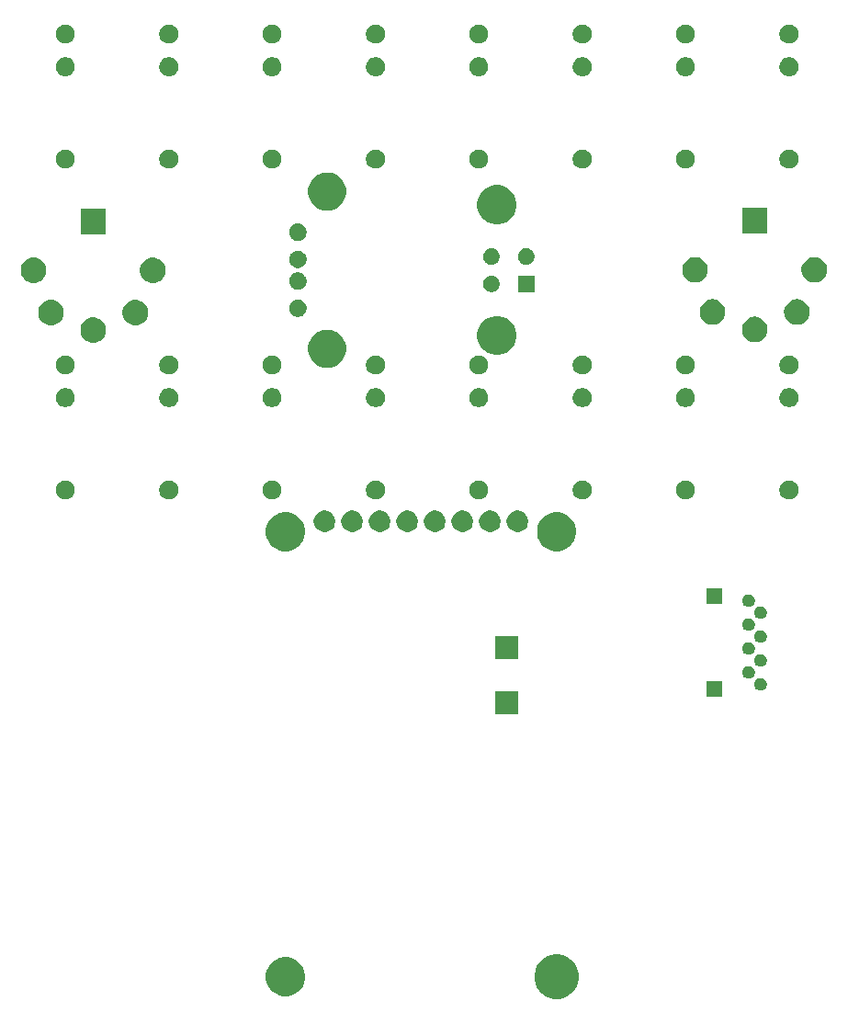
<source format=gbr>
G04 #@! TF.GenerationSoftware,KiCad,Pcbnew,(5.1.4-0-10_14)*
G04 #@! TF.CreationDate,2019-09-27T18:33:15+01:00*
G04 #@! TF.ProjectId,TopBreakout,546f7042-7265-4616-9b6f-75742e6b6963,rev?*
G04 #@! TF.SameCoordinates,Original*
G04 #@! TF.FileFunction,Soldermask,Top*
G04 #@! TF.FilePolarity,Negative*
%FSLAX46Y46*%
G04 Gerber Fmt 4.6, Leading zero omitted, Abs format (unit mm)*
G04 Created by KiCad (PCBNEW (5.1.4-0-10_14)) date 2019-09-27 18:33:15*
%MOMM*%
%LPD*%
G04 APERTURE LIST*
%ADD10C,0.100000*%
G04 APERTURE END LIST*
D10*
G36*
X161042254Y-154468818D02*
G01*
X161415511Y-154623426D01*
X161415513Y-154623427D01*
X161543899Y-154709212D01*
X161751436Y-154847884D01*
X162037116Y-155133564D01*
X162261574Y-155469489D01*
X162416182Y-155842746D01*
X162495000Y-156238993D01*
X162495000Y-156643007D01*
X162416182Y-157039254D01*
X162310624Y-157294093D01*
X162261573Y-157412513D01*
X162037116Y-157748436D01*
X161751436Y-158034116D01*
X161415513Y-158258573D01*
X161415512Y-158258574D01*
X161415511Y-158258574D01*
X161042254Y-158413182D01*
X160646007Y-158492000D01*
X160241993Y-158492000D01*
X159845746Y-158413182D01*
X159472489Y-158258574D01*
X159472488Y-158258574D01*
X159472487Y-158258573D01*
X159136564Y-158034116D01*
X158850884Y-157748436D01*
X158626427Y-157412513D01*
X158577376Y-157294093D01*
X158471818Y-157039254D01*
X158393000Y-156643007D01*
X158393000Y-156238993D01*
X158471818Y-155842746D01*
X158626426Y-155469489D01*
X158850884Y-155133564D01*
X159136564Y-154847884D01*
X159344101Y-154709212D01*
X159472487Y-154623427D01*
X159472489Y-154623426D01*
X159845746Y-154468818D01*
X160241993Y-154390000D01*
X160646007Y-154390000D01*
X161042254Y-154468818D01*
X161042254Y-154468818D01*
G37*
G36*
X135969331Y-154709211D02*
G01*
X136297092Y-154844974D01*
X136592070Y-155042072D01*
X136842928Y-155292930D01*
X137040026Y-155587908D01*
X137175789Y-155915669D01*
X137245000Y-156263616D01*
X137245000Y-156618384D01*
X137175789Y-156966331D01*
X137040026Y-157294092D01*
X136842928Y-157589070D01*
X136592070Y-157839928D01*
X136297092Y-158037026D01*
X135969331Y-158172789D01*
X135621384Y-158242000D01*
X135266616Y-158242000D01*
X134918669Y-158172789D01*
X134590908Y-158037026D01*
X134295930Y-157839928D01*
X134045072Y-157589070D01*
X133847974Y-157294092D01*
X133712211Y-156966331D01*
X133643000Y-156618384D01*
X133643000Y-156263616D01*
X133712211Y-155915669D01*
X133847974Y-155587908D01*
X134045072Y-155292930D01*
X134295930Y-155042072D01*
X134590908Y-154844974D01*
X134918669Y-154709211D01*
X135266616Y-154640000D01*
X135621384Y-154640000D01*
X135969331Y-154709211D01*
X135969331Y-154709211D01*
G37*
G36*
X156879490Y-132241490D02*
G01*
X154778510Y-132241490D01*
X154778510Y-130140510D01*
X156879490Y-130140510D01*
X156879490Y-132241490D01*
X156879490Y-132241490D01*
G37*
G36*
X175681000Y-130667000D02*
G01*
X174229000Y-130667000D01*
X174229000Y-129215000D01*
X175681000Y-129215000D01*
X175681000Y-130667000D01*
X175681000Y-130667000D01*
G37*
G36*
X179337372Y-128926067D02*
G01*
X179393013Y-128937135D01*
X179465113Y-128967000D01*
X179497840Y-128980556D01*
X179592176Y-129043589D01*
X179672411Y-129123824D01*
X179735444Y-129218160D01*
X179778865Y-129322988D01*
X179801000Y-129434268D01*
X179801000Y-129547732D01*
X179778865Y-129659012D01*
X179735444Y-129763840D01*
X179672411Y-129858176D01*
X179592176Y-129938411D01*
X179497840Y-130001444D01*
X179497839Y-130001445D01*
X179497838Y-130001445D01*
X179393013Y-130044865D01*
X179337372Y-130055933D01*
X179281732Y-130067000D01*
X179168268Y-130067000D01*
X179112628Y-130055933D01*
X179056987Y-130044865D01*
X178952162Y-130001445D01*
X178952161Y-130001445D01*
X178952160Y-130001444D01*
X178857824Y-129938411D01*
X178777589Y-129858176D01*
X178714556Y-129763840D01*
X178671135Y-129659012D01*
X178649000Y-129547732D01*
X178649000Y-129434268D01*
X178671135Y-129322988D01*
X178714556Y-129218160D01*
X178777589Y-129123824D01*
X178857824Y-129043589D01*
X178952160Y-128980556D01*
X178984887Y-128967000D01*
X179056987Y-128937135D01*
X179112628Y-128926067D01*
X179168268Y-128915000D01*
X179281732Y-128915000D01*
X179337372Y-128926067D01*
X179337372Y-128926067D01*
G37*
G36*
X178237372Y-127826068D02*
G01*
X178293013Y-127837135D01*
X178365113Y-127867000D01*
X178397840Y-127880556D01*
X178492176Y-127943589D01*
X178572411Y-128023824D01*
X178635444Y-128118160D01*
X178678865Y-128222988D01*
X178701000Y-128334268D01*
X178701000Y-128447732D01*
X178678865Y-128559012D01*
X178635444Y-128663840D01*
X178572411Y-128758176D01*
X178492176Y-128838411D01*
X178397840Y-128901444D01*
X178397839Y-128901445D01*
X178397838Y-128901445D01*
X178293013Y-128944865D01*
X178237372Y-128955932D01*
X178181732Y-128967000D01*
X178068268Y-128967000D01*
X178012628Y-128955932D01*
X177956987Y-128944865D01*
X177852162Y-128901445D01*
X177852161Y-128901445D01*
X177852160Y-128901444D01*
X177757824Y-128838411D01*
X177677589Y-128758176D01*
X177614556Y-128663840D01*
X177571135Y-128559012D01*
X177549000Y-128447732D01*
X177549000Y-128334268D01*
X177571135Y-128222988D01*
X177614556Y-128118160D01*
X177677589Y-128023824D01*
X177757824Y-127943589D01*
X177852160Y-127880556D01*
X177884887Y-127867000D01*
X177956987Y-127837135D01*
X178012628Y-127826068D01*
X178068268Y-127815000D01*
X178181732Y-127815000D01*
X178237372Y-127826068D01*
X178237372Y-127826068D01*
G37*
G36*
X179337372Y-126726067D02*
G01*
X179393013Y-126737135D01*
X179465113Y-126767000D01*
X179497840Y-126780556D01*
X179592176Y-126843589D01*
X179672411Y-126923824D01*
X179735444Y-127018160D01*
X179778865Y-127122988D01*
X179801000Y-127234268D01*
X179801000Y-127347732D01*
X179778865Y-127459012D01*
X179735444Y-127563840D01*
X179672411Y-127658176D01*
X179592176Y-127738411D01*
X179497840Y-127801444D01*
X179497839Y-127801445D01*
X179497838Y-127801445D01*
X179393013Y-127844865D01*
X179337372Y-127855932D01*
X179281732Y-127867000D01*
X179168268Y-127867000D01*
X179112628Y-127855932D01*
X179056987Y-127844865D01*
X178952162Y-127801445D01*
X178952161Y-127801445D01*
X178952160Y-127801444D01*
X178857824Y-127738411D01*
X178777589Y-127658176D01*
X178714556Y-127563840D01*
X178671135Y-127459012D01*
X178649000Y-127347732D01*
X178649000Y-127234268D01*
X178671135Y-127122988D01*
X178714556Y-127018160D01*
X178777589Y-126923824D01*
X178857824Y-126843589D01*
X178952160Y-126780556D01*
X178984887Y-126767000D01*
X179056987Y-126737135D01*
X179112628Y-126726067D01*
X179168268Y-126715000D01*
X179281732Y-126715000D01*
X179337372Y-126726067D01*
X179337372Y-126726067D01*
G37*
G36*
X156879490Y-127161490D02*
G01*
X154778510Y-127161490D01*
X154778510Y-125060510D01*
X156879490Y-125060510D01*
X156879490Y-127161490D01*
X156879490Y-127161490D01*
G37*
G36*
X178237372Y-125626067D02*
G01*
X178293013Y-125637135D01*
X178365113Y-125667000D01*
X178397840Y-125680556D01*
X178492176Y-125743589D01*
X178572411Y-125823824D01*
X178635444Y-125918160D01*
X178678865Y-126022988D01*
X178701000Y-126134268D01*
X178701000Y-126247732D01*
X178678865Y-126359012D01*
X178635444Y-126463840D01*
X178572411Y-126558176D01*
X178492176Y-126638411D01*
X178397840Y-126701444D01*
X178397839Y-126701445D01*
X178397838Y-126701445D01*
X178293013Y-126744865D01*
X178237372Y-126755933D01*
X178181732Y-126767000D01*
X178068268Y-126767000D01*
X178012628Y-126755933D01*
X177956987Y-126744865D01*
X177852162Y-126701445D01*
X177852161Y-126701445D01*
X177852160Y-126701444D01*
X177757824Y-126638411D01*
X177677589Y-126558176D01*
X177614556Y-126463840D01*
X177571135Y-126359012D01*
X177549000Y-126247732D01*
X177549000Y-126134268D01*
X177571135Y-126022988D01*
X177614556Y-125918160D01*
X177677589Y-125823824D01*
X177757824Y-125743589D01*
X177852160Y-125680556D01*
X177884887Y-125667000D01*
X177956987Y-125637135D01*
X178012628Y-125626067D01*
X178068268Y-125615000D01*
X178181732Y-125615000D01*
X178237372Y-125626067D01*
X178237372Y-125626067D01*
G37*
G36*
X179337372Y-124526067D02*
G01*
X179393013Y-124537135D01*
X179465113Y-124567000D01*
X179497840Y-124580556D01*
X179592176Y-124643589D01*
X179672411Y-124723824D01*
X179735444Y-124818160D01*
X179778865Y-124922988D01*
X179801000Y-125034268D01*
X179801000Y-125147732D01*
X179778865Y-125259012D01*
X179735444Y-125363840D01*
X179672411Y-125458176D01*
X179592176Y-125538411D01*
X179497840Y-125601444D01*
X179497839Y-125601445D01*
X179497838Y-125601445D01*
X179393013Y-125644865D01*
X179337372Y-125655932D01*
X179281732Y-125667000D01*
X179168268Y-125667000D01*
X179112628Y-125655932D01*
X179056987Y-125644865D01*
X178952162Y-125601445D01*
X178952161Y-125601445D01*
X178952160Y-125601444D01*
X178857824Y-125538411D01*
X178777589Y-125458176D01*
X178714556Y-125363840D01*
X178671135Y-125259012D01*
X178649000Y-125147732D01*
X178649000Y-125034268D01*
X178671135Y-124922988D01*
X178714556Y-124818160D01*
X178777589Y-124723824D01*
X178857824Y-124643589D01*
X178952160Y-124580556D01*
X178984887Y-124567000D01*
X179056987Y-124537135D01*
X179112628Y-124526067D01*
X179168268Y-124515000D01*
X179281732Y-124515000D01*
X179337372Y-124526067D01*
X179337372Y-124526067D01*
G37*
G36*
X178237372Y-123426068D02*
G01*
X178293013Y-123437135D01*
X178365113Y-123467000D01*
X178397840Y-123480556D01*
X178492176Y-123543589D01*
X178572411Y-123623824D01*
X178635444Y-123718160D01*
X178678865Y-123822988D01*
X178701000Y-123934268D01*
X178701000Y-124047732D01*
X178678865Y-124159012D01*
X178635444Y-124263840D01*
X178572411Y-124358176D01*
X178492176Y-124438411D01*
X178397840Y-124501444D01*
X178397839Y-124501445D01*
X178397838Y-124501445D01*
X178293013Y-124544865D01*
X178237372Y-124555933D01*
X178181732Y-124567000D01*
X178068268Y-124567000D01*
X178012628Y-124555933D01*
X177956987Y-124544865D01*
X177852162Y-124501445D01*
X177852161Y-124501445D01*
X177852160Y-124501444D01*
X177757824Y-124438411D01*
X177677589Y-124358176D01*
X177614556Y-124263840D01*
X177571135Y-124159012D01*
X177549000Y-124047732D01*
X177549000Y-123934268D01*
X177571135Y-123822988D01*
X177614556Y-123718160D01*
X177677589Y-123623824D01*
X177757824Y-123543589D01*
X177852160Y-123480556D01*
X177884887Y-123467000D01*
X177956987Y-123437135D01*
X178012628Y-123426068D01*
X178068268Y-123415000D01*
X178181732Y-123415000D01*
X178237372Y-123426068D01*
X178237372Y-123426068D01*
G37*
G36*
X179337372Y-122326068D02*
G01*
X179393013Y-122337135D01*
X179465113Y-122367000D01*
X179497840Y-122380556D01*
X179592176Y-122443589D01*
X179672411Y-122523824D01*
X179735444Y-122618160D01*
X179778865Y-122722988D01*
X179801000Y-122834268D01*
X179801000Y-122947732D01*
X179778865Y-123059012D01*
X179735444Y-123163840D01*
X179672411Y-123258176D01*
X179592176Y-123338411D01*
X179497840Y-123401444D01*
X179497839Y-123401445D01*
X179497838Y-123401445D01*
X179393013Y-123444865D01*
X179337372Y-123455932D01*
X179281732Y-123467000D01*
X179168268Y-123467000D01*
X179112628Y-123455932D01*
X179056987Y-123444865D01*
X178952162Y-123401445D01*
X178952161Y-123401445D01*
X178952160Y-123401444D01*
X178857824Y-123338411D01*
X178777589Y-123258176D01*
X178714556Y-123163840D01*
X178671135Y-123059012D01*
X178649000Y-122947732D01*
X178649000Y-122834268D01*
X178671135Y-122722988D01*
X178714556Y-122618160D01*
X178777589Y-122523824D01*
X178857824Y-122443589D01*
X178952160Y-122380556D01*
X178984887Y-122367000D01*
X179056987Y-122337135D01*
X179112628Y-122326068D01*
X179168268Y-122315000D01*
X179281732Y-122315000D01*
X179337372Y-122326068D01*
X179337372Y-122326068D01*
G37*
G36*
X178237372Y-121226067D02*
G01*
X178293013Y-121237135D01*
X178397838Y-121280555D01*
X178397840Y-121280556D01*
X178492176Y-121343589D01*
X178572411Y-121423824D01*
X178635444Y-121518160D01*
X178678865Y-121622988D01*
X178701000Y-121734268D01*
X178701000Y-121847732D01*
X178678865Y-121959012D01*
X178635444Y-122063840D01*
X178572411Y-122158176D01*
X178492176Y-122238411D01*
X178397840Y-122301444D01*
X178397839Y-122301445D01*
X178397838Y-122301445D01*
X178293013Y-122344865D01*
X178237372Y-122355933D01*
X178181732Y-122367000D01*
X178068268Y-122367000D01*
X178012628Y-122355933D01*
X177956987Y-122344865D01*
X177852162Y-122301445D01*
X177852161Y-122301445D01*
X177852160Y-122301444D01*
X177757824Y-122238411D01*
X177677589Y-122158176D01*
X177614556Y-122063840D01*
X177571135Y-121959012D01*
X177549000Y-121847732D01*
X177549000Y-121734268D01*
X177571135Y-121622988D01*
X177614556Y-121518160D01*
X177677589Y-121423824D01*
X177757824Y-121343589D01*
X177852160Y-121280556D01*
X177852162Y-121280555D01*
X177956987Y-121237135D01*
X178012628Y-121226067D01*
X178068268Y-121215000D01*
X178181732Y-121215000D01*
X178237372Y-121226067D01*
X178237372Y-121226067D01*
G37*
G36*
X175681000Y-122067000D02*
G01*
X174229000Y-122067000D01*
X174229000Y-120615000D01*
X175681000Y-120615000D01*
X175681000Y-122067000D01*
X175681000Y-122067000D01*
G37*
G36*
X160969331Y-113709211D02*
G01*
X161297092Y-113844974D01*
X161592070Y-114042072D01*
X161842928Y-114292930D01*
X162040026Y-114587908D01*
X162175789Y-114915669D01*
X162245000Y-115263616D01*
X162245000Y-115618384D01*
X162175789Y-115966331D01*
X162040026Y-116294092D01*
X161842928Y-116589070D01*
X161592070Y-116839928D01*
X161297092Y-117037026D01*
X160969331Y-117172789D01*
X160621384Y-117242000D01*
X160266616Y-117242000D01*
X159918669Y-117172789D01*
X159590908Y-117037026D01*
X159295930Y-116839928D01*
X159045072Y-116589070D01*
X158847974Y-116294092D01*
X158712211Y-115966331D01*
X158643000Y-115618384D01*
X158643000Y-115263616D01*
X158712211Y-114915669D01*
X158847974Y-114587908D01*
X159045072Y-114292930D01*
X159295930Y-114042072D01*
X159590908Y-113844974D01*
X159918669Y-113709211D01*
X160266616Y-113640000D01*
X160621384Y-113640000D01*
X160969331Y-113709211D01*
X160969331Y-113709211D01*
G37*
G36*
X135969331Y-113709211D02*
G01*
X136297092Y-113844974D01*
X136592070Y-114042072D01*
X136842928Y-114292930D01*
X137040026Y-114587908D01*
X137175789Y-114915669D01*
X137245000Y-115263616D01*
X137245000Y-115618384D01*
X137175789Y-115966331D01*
X137040026Y-116294092D01*
X136842928Y-116589070D01*
X136592070Y-116839928D01*
X136297092Y-117037026D01*
X135969331Y-117172789D01*
X135621384Y-117242000D01*
X135266616Y-117242000D01*
X134918669Y-117172789D01*
X134590908Y-117037026D01*
X134295930Y-116839928D01*
X134045072Y-116589070D01*
X133847974Y-116294092D01*
X133712211Y-115966331D01*
X133643000Y-115618384D01*
X133643000Y-115263616D01*
X133712211Y-114915669D01*
X133847974Y-114587908D01*
X134045072Y-114292930D01*
X134295930Y-114042072D01*
X134590908Y-113844974D01*
X134918669Y-113709211D01*
X135266616Y-113640000D01*
X135621384Y-113640000D01*
X135969331Y-113709211D01*
X135969331Y-113709211D01*
G37*
G36*
X139333003Y-113528275D02*
G01*
X139333005Y-113528276D01*
X139333006Y-113528276D01*
X139513320Y-113602964D01*
X139675598Y-113711395D01*
X139813605Y-113849402D01*
X139922036Y-114011680D01*
X139996724Y-114191994D01*
X139996725Y-114191997D01*
X140034800Y-114383413D01*
X140034800Y-114578585D01*
X139996724Y-114770006D01*
X139922036Y-114950320D01*
X139813605Y-115112598D01*
X139675598Y-115250605D01*
X139513320Y-115359036D01*
X139333006Y-115433724D01*
X139333005Y-115433724D01*
X139333003Y-115433725D01*
X139141587Y-115471800D01*
X138946413Y-115471800D01*
X138754997Y-115433725D01*
X138754995Y-115433724D01*
X138754994Y-115433724D01*
X138574680Y-115359036D01*
X138412402Y-115250605D01*
X138274395Y-115112598D01*
X138165964Y-114950320D01*
X138091276Y-114770006D01*
X138053200Y-114578585D01*
X138053200Y-114383413D01*
X138091275Y-114191997D01*
X138091276Y-114191994D01*
X138165964Y-114011680D01*
X138274395Y-113849402D01*
X138412402Y-113711395D01*
X138574680Y-113602964D01*
X138754994Y-113528276D01*
X138754995Y-113528276D01*
X138754997Y-113528275D01*
X138946413Y-113490200D01*
X139141587Y-113490200D01*
X139333003Y-113528275D01*
X139333003Y-113528275D01*
G37*
G36*
X141873003Y-113528275D02*
G01*
X141873005Y-113528276D01*
X141873006Y-113528276D01*
X142053320Y-113602964D01*
X142215598Y-113711395D01*
X142353605Y-113849402D01*
X142462036Y-114011680D01*
X142536724Y-114191994D01*
X142536725Y-114191997D01*
X142574800Y-114383413D01*
X142574800Y-114578585D01*
X142536724Y-114770006D01*
X142462036Y-114950320D01*
X142353605Y-115112598D01*
X142215598Y-115250605D01*
X142053320Y-115359036D01*
X141873006Y-115433724D01*
X141873005Y-115433724D01*
X141873003Y-115433725D01*
X141681587Y-115471800D01*
X141486413Y-115471800D01*
X141294997Y-115433725D01*
X141294995Y-115433724D01*
X141294994Y-115433724D01*
X141114680Y-115359036D01*
X140952402Y-115250605D01*
X140814395Y-115112598D01*
X140705964Y-114950320D01*
X140631276Y-114770006D01*
X140593200Y-114578585D01*
X140593200Y-114383413D01*
X140631275Y-114191997D01*
X140631276Y-114191994D01*
X140705964Y-114011680D01*
X140814395Y-113849402D01*
X140952402Y-113711395D01*
X141114680Y-113602964D01*
X141294994Y-113528276D01*
X141294995Y-113528276D01*
X141294997Y-113528275D01*
X141486413Y-113490200D01*
X141681587Y-113490200D01*
X141873003Y-113528275D01*
X141873003Y-113528275D01*
G37*
G36*
X144413003Y-113528275D02*
G01*
X144413005Y-113528276D01*
X144413006Y-113528276D01*
X144593320Y-113602964D01*
X144755598Y-113711395D01*
X144893605Y-113849402D01*
X145002036Y-114011680D01*
X145076724Y-114191994D01*
X145076725Y-114191997D01*
X145114800Y-114383413D01*
X145114800Y-114578585D01*
X145076724Y-114770006D01*
X145002036Y-114950320D01*
X144893605Y-115112598D01*
X144755598Y-115250605D01*
X144593320Y-115359036D01*
X144413006Y-115433724D01*
X144413005Y-115433724D01*
X144413003Y-115433725D01*
X144221587Y-115471800D01*
X144026413Y-115471800D01*
X143834997Y-115433725D01*
X143834995Y-115433724D01*
X143834994Y-115433724D01*
X143654680Y-115359036D01*
X143492402Y-115250605D01*
X143354395Y-115112598D01*
X143245964Y-114950320D01*
X143171276Y-114770006D01*
X143133200Y-114578585D01*
X143133200Y-114383413D01*
X143171275Y-114191997D01*
X143171276Y-114191994D01*
X143245964Y-114011680D01*
X143354395Y-113849402D01*
X143492402Y-113711395D01*
X143654680Y-113602964D01*
X143834994Y-113528276D01*
X143834995Y-113528276D01*
X143834997Y-113528275D01*
X144026413Y-113490200D01*
X144221587Y-113490200D01*
X144413003Y-113528275D01*
X144413003Y-113528275D01*
G37*
G36*
X146953003Y-113528275D02*
G01*
X146953005Y-113528276D01*
X146953006Y-113528276D01*
X147133320Y-113602964D01*
X147295598Y-113711395D01*
X147433605Y-113849402D01*
X147542036Y-114011680D01*
X147616724Y-114191994D01*
X147616725Y-114191997D01*
X147654800Y-114383413D01*
X147654800Y-114578585D01*
X147616724Y-114770006D01*
X147542036Y-114950320D01*
X147433605Y-115112598D01*
X147295598Y-115250605D01*
X147133320Y-115359036D01*
X146953006Y-115433724D01*
X146953005Y-115433724D01*
X146953003Y-115433725D01*
X146761587Y-115471800D01*
X146566413Y-115471800D01*
X146374997Y-115433725D01*
X146374995Y-115433724D01*
X146374994Y-115433724D01*
X146194680Y-115359036D01*
X146032402Y-115250605D01*
X145894395Y-115112598D01*
X145785964Y-114950320D01*
X145711276Y-114770006D01*
X145673200Y-114578585D01*
X145673200Y-114383413D01*
X145711275Y-114191997D01*
X145711276Y-114191994D01*
X145785964Y-114011680D01*
X145894395Y-113849402D01*
X146032402Y-113711395D01*
X146194680Y-113602964D01*
X146374994Y-113528276D01*
X146374995Y-113528276D01*
X146374997Y-113528275D01*
X146566413Y-113490200D01*
X146761587Y-113490200D01*
X146953003Y-113528275D01*
X146953003Y-113528275D01*
G37*
G36*
X149493003Y-113528275D02*
G01*
X149493005Y-113528276D01*
X149493006Y-113528276D01*
X149673320Y-113602964D01*
X149835598Y-113711395D01*
X149973605Y-113849402D01*
X150082036Y-114011680D01*
X150156724Y-114191994D01*
X150156725Y-114191997D01*
X150194800Y-114383413D01*
X150194800Y-114578585D01*
X150156724Y-114770006D01*
X150082036Y-114950320D01*
X149973605Y-115112598D01*
X149835598Y-115250605D01*
X149673320Y-115359036D01*
X149493006Y-115433724D01*
X149493005Y-115433724D01*
X149493003Y-115433725D01*
X149301587Y-115471800D01*
X149106413Y-115471800D01*
X148914997Y-115433725D01*
X148914995Y-115433724D01*
X148914994Y-115433724D01*
X148734680Y-115359036D01*
X148572402Y-115250605D01*
X148434395Y-115112598D01*
X148325964Y-114950320D01*
X148251276Y-114770006D01*
X148213200Y-114578585D01*
X148213200Y-114383413D01*
X148251275Y-114191997D01*
X148251276Y-114191994D01*
X148325964Y-114011680D01*
X148434395Y-113849402D01*
X148572402Y-113711395D01*
X148734680Y-113602964D01*
X148914994Y-113528276D01*
X148914995Y-113528276D01*
X148914997Y-113528275D01*
X149106413Y-113490200D01*
X149301587Y-113490200D01*
X149493003Y-113528275D01*
X149493003Y-113528275D01*
G37*
G36*
X152033003Y-113528275D02*
G01*
X152033005Y-113528276D01*
X152033006Y-113528276D01*
X152213320Y-113602964D01*
X152375598Y-113711395D01*
X152513605Y-113849402D01*
X152622036Y-114011680D01*
X152696724Y-114191994D01*
X152696725Y-114191997D01*
X152734800Y-114383413D01*
X152734800Y-114578585D01*
X152696724Y-114770006D01*
X152622036Y-114950320D01*
X152513605Y-115112598D01*
X152375598Y-115250605D01*
X152213320Y-115359036D01*
X152033006Y-115433724D01*
X152033005Y-115433724D01*
X152033003Y-115433725D01*
X151841587Y-115471800D01*
X151646413Y-115471800D01*
X151454997Y-115433725D01*
X151454995Y-115433724D01*
X151454994Y-115433724D01*
X151274680Y-115359036D01*
X151112402Y-115250605D01*
X150974395Y-115112598D01*
X150865964Y-114950320D01*
X150791276Y-114770006D01*
X150753200Y-114578585D01*
X150753200Y-114383413D01*
X150791275Y-114191997D01*
X150791276Y-114191994D01*
X150865964Y-114011680D01*
X150974395Y-113849402D01*
X151112402Y-113711395D01*
X151274680Y-113602964D01*
X151454994Y-113528276D01*
X151454995Y-113528276D01*
X151454997Y-113528275D01*
X151646413Y-113490200D01*
X151841587Y-113490200D01*
X152033003Y-113528275D01*
X152033003Y-113528275D01*
G37*
G36*
X154573003Y-113528275D02*
G01*
X154573005Y-113528276D01*
X154573006Y-113528276D01*
X154753320Y-113602964D01*
X154915598Y-113711395D01*
X155053605Y-113849402D01*
X155162036Y-114011680D01*
X155236724Y-114191994D01*
X155236725Y-114191997D01*
X155274800Y-114383413D01*
X155274800Y-114578585D01*
X155236724Y-114770006D01*
X155162036Y-114950320D01*
X155053605Y-115112598D01*
X154915598Y-115250605D01*
X154753320Y-115359036D01*
X154573006Y-115433724D01*
X154573005Y-115433724D01*
X154573003Y-115433725D01*
X154381587Y-115471800D01*
X154186413Y-115471800D01*
X153994997Y-115433725D01*
X153994995Y-115433724D01*
X153994994Y-115433724D01*
X153814680Y-115359036D01*
X153652402Y-115250605D01*
X153514395Y-115112598D01*
X153405964Y-114950320D01*
X153331276Y-114770006D01*
X153293200Y-114578585D01*
X153293200Y-114383413D01*
X153331275Y-114191997D01*
X153331276Y-114191994D01*
X153405964Y-114011680D01*
X153514395Y-113849402D01*
X153652402Y-113711395D01*
X153814680Y-113602964D01*
X153994994Y-113528276D01*
X153994995Y-113528276D01*
X153994997Y-113528275D01*
X154186413Y-113490200D01*
X154381587Y-113490200D01*
X154573003Y-113528275D01*
X154573003Y-113528275D01*
G37*
G36*
X157113003Y-113528275D02*
G01*
X157113005Y-113528276D01*
X157113006Y-113528276D01*
X157293320Y-113602964D01*
X157455598Y-113711395D01*
X157593605Y-113849402D01*
X157702036Y-114011680D01*
X157776724Y-114191994D01*
X157776725Y-114191997D01*
X157814800Y-114383413D01*
X157814800Y-114578585D01*
X157776724Y-114770006D01*
X157702036Y-114950320D01*
X157593605Y-115112598D01*
X157455598Y-115250605D01*
X157293320Y-115359036D01*
X157113006Y-115433724D01*
X157113005Y-115433724D01*
X157113003Y-115433725D01*
X156921587Y-115471800D01*
X156726413Y-115471800D01*
X156534997Y-115433725D01*
X156534995Y-115433724D01*
X156534994Y-115433724D01*
X156354680Y-115359036D01*
X156192402Y-115250605D01*
X156054395Y-115112598D01*
X155945964Y-114950320D01*
X155871276Y-114770006D01*
X155833200Y-114578585D01*
X155833200Y-114383413D01*
X155871275Y-114191997D01*
X155871276Y-114191994D01*
X155945964Y-114011680D01*
X156054395Y-113849402D01*
X156192402Y-113711395D01*
X156354680Y-113602964D01*
X156534994Y-113528276D01*
X156534995Y-113528276D01*
X156534997Y-113528275D01*
X156726413Y-113490200D01*
X156921587Y-113490200D01*
X157113003Y-113528275D01*
X157113003Y-113528275D01*
G37*
G36*
X134384899Y-110731832D02*
G01*
X134469520Y-110748664D01*
X134628942Y-110814699D01*
X134772418Y-110910566D01*
X134894434Y-111032582D01*
X134990301Y-111176058D01*
X135056336Y-111335480D01*
X135090000Y-111504721D01*
X135090000Y-111677279D01*
X135056336Y-111846520D01*
X134990301Y-112005942D01*
X134894434Y-112149418D01*
X134772418Y-112271434D01*
X134628942Y-112367301D01*
X134469520Y-112433336D01*
X134384899Y-112450168D01*
X134300280Y-112467000D01*
X134127720Y-112467000D01*
X134043101Y-112450168D01*
X133958480Y-112433336D01*
X133799058Y-112367301D01*
X133655582Y-112271434D01*
X133533566Y-112149418D01*
X133437699Y-112005942D01*
X133371664Y-111846520D01*
X133338000Y-111677279D01*
X133338000Y-111504721D01*
X133371664Y-111335480D01*
X133437699Y-111176058D01*
X133533566Y-111032582D01*
X133655582Y-110910566D01*
X133799058Y-110814699D01*
X133958480Y-110748664D01*
X134043101Y-110731832D01*
X134127720Y-110715000D01*
X134300280Y-110715000D01*
X134384899Y-110731832D01*
X134384899Y-110731832D01*
G37*
G36*
X153434899Y-110731832D02*
G01*
X153519520Y-110748664D01*
X153678942Y-110814699D01*
X153822418Y-110910566D01*
X153944434Y-111032582D01*
X154040301Y-111176058D01*
X154106336Y-111335480D01*
X154140000Y-111504721D01*
X154140000Y-111677279D01*
X154106336Y-111846520D01*
X154040301Y-112005942D01*
X153944434Y-112149418D01*
X153822418Y-112271434D01*
X153678942Y-112367301D01*
X153519520Y-112433336D01*
X153434899Y-112450168D01*
X153350280Y-112467000D01*
X153177720Y-112467000D01*
X153093101Y-112450168D01*
X153008480Y-112433336D01*
X152849058Y-112367301D01*
X152705582Y-112271434D01*
X152583566Y-112149418D01*
X152487699Y-112005942D01*
X152421664Y-111846520D01*
X152388000Y-111677279D01*
X152388000Y-111504721D01*
X152421664Y-111335480D01*
X152487699Y-111176058D01*
X152583566Y-111032582D01*
X152705582Y-110910566D01*
X152849058Y-110814699D01*
X153008480Y-110748664D01*
X153093101Y-110731832D01*
X153177720Y-110715000D01*
X153350280Y-110715000D01*
X153434899Y-110731832D01*
X153434899Y-110731832D01*
G37*
G36*
X124859899Y-110731832D02*
G01*
X124944520Y-110748664D01*
X125103942Y-110814699D01*
X125247418Y-110910566D01*
X125369434Y-111032582D01*
X125465301Y-111176058D01*
X125531336Y-111335480D01*
X125565000Y-111504721D01*
X125565000Y-111677279D01*
X125531336Y-111846520D01*
X125465301Y-112005942D01*
X125369434Y-112149418D01*
X125247418Y-112271434D01*
X125103942Y-112367301D01*
X124944520Y-112433336D01*
X124859899Y-112450168D01*
X124775280Y-112467000D01*
X124602720Y-112467000D01*
X124518101Y-112450168D01*
X124433480Y-112433336D01*
X124274058Y-112367301D01*
X124130582Y-112271434D01*
X124008566Y-112149418D01*
X123912699Y-112005942D01*
X123846664Y-111846520D01*
X123813000Y-111677279D01*
X123813000Y-111504721D01*
X123846664Y-111335480D01*
X123912699Y-111176058D01*
X124008566Y-111032582D01*
X124130582Y-110910566D01*
X124274058Y-110814699D01*
X124433480Y-110748664D01*
X124518101Y-110731832D01*
X124602720Y-110715000D01*
X124775280Y-110715000D01*
X124859899Y-110731832D01*
X124859899Y-110731832D01*
G37*
G36*
X115334899Y-110731832D02*
G01*
X115419520Y-110748664D01*
X115578942Y-110814699D01*
X115722418Y-110910566D01*
X115844434Y-111032582D01*
X115940301Y-111176058D01*
X116006336Y-111335480D01*
X116040000Y-111504721D01*
X116040000Y-111677279D01*
X116006336Y-111846520D01*
X115940301Y-112005942D01*
X115844434Y-112149418D01*
X115722418Y-112271434D01*
X115578942Y-112367301D01*
X115419520Y-112433336D01*
X115334899Y-112450168D01*
X115250280Y-112467000D01*
X115077720Y-112467000D01*
X114993101Y-112450168D01*
X114908480Y-112433336D01*
X114749058Y-112367301D01*
X114605582Y-112271434D01*
X114483566Y-112149418D01*
X114387699Y-112005942D01*
X114321664Y-111846520D01*
X114288000Y-111677279D01*
X114288000Y-111504721D01*
X114321664Y-111335480D01*
X114387699Y-111176058D01*
X114483566Y-111032582D01*
X114605582Y-110910566D01*
X114749058Y-110814699D01*
X114908480Y-110748664D01*
X114993101Y-110731832D01*
X115077720Y-110715000D01*
X115250280Y-110715000D01*
X115334899Y-110731832D01*
X115334899Y-110731832D01*
G37*
G36*
X143909899Y-110731832D02*
G01*
X143994520Y-110748664D01*
X144153942Y-110814699D01*
X144297418Y-110910566D01*
X144419434Y-111032582D01*
X144515301Y-111176058D01*
X144581336Y-111335480D01*
X144615000Y-111504721D01*
X144615000Y-111677279D01*
X144581336Y-111846520D01*
X144515301Y-112005942D01*
X144419434Y-112149418D01*
X144297418Y-112271434D01*
X144153942Y-112367301D01*
X143994520Y-112433336D01*
X143909899Y-112450168D01*
X143825280Y-112467000D01*
X143652720Y-112467000D01*
X143568101Y-112450168D01*
X143483480Y-112433336D01*
X143324058Y-112367301D01*
X143180582Y-112271434D01*
X143058566Y-112149418D01*
X142962699Y-112005942D01*
X142896664Y-111846520D01*
X142863000Y-111677279D01*
X142863000Y-111504721D01*
X142896664Y-111335480D01*
X142962699Y-111176058D01*
X143058566Y-111032582D01*
X143180582Y-110910566D01*
X143324058Y-110814699D01*
X143483480Y-110748664D01*
X143568101Y-110731832D01*
X143652720Y-110715000D01*
X143825280Y-110715000D01*
X143909899Y-110731832D01*
X143909899Y-110731832D01*
G37*
G36*
X162959899Y-110731832D02*
G01*
X163044520Y-110748664D01*
X163203942Y-110814699D01*
X163347418Y-110910566D01*
X163469434Y-111032582D01*
X163565301Y-111176058D01*
X163631336Y-111335480D01*
X163665000Y-111504721D01*
X163665000Y-111677279D01*
X163631336Y-111846520D01*
X163565301Y-112005942D01*
X163469434Y-112149418D01*
X163347418Y-112271434D01*
X163203942Y-112367301D01*
X163044520Y-112433336D01*
X162959899Y-112450168D01*
X162875280Y-112467000D01*
X162702720Y-112467000D01*
X162618101Y-112450168D01*
X162533480Y-112433336D01*
X162374058Y-112367301D01*
X162230582Y-112271434D01*
X162108566Y-112149418D01*
X162012699Y-112005942D01*
X161946664Y-111846520D01*
X161913000Y-111677279D01*
X161913000Y-111504721D01*
X161946664Y-111335480D01*
X162012699Y-111176058D01*
X162108566Y-111032582D01*
X162230582Y-110910566D01*
X162374058Y-110814699D01*
X162533480Y-110748664D01*
X162618101Y-110731832D01*
X162702720Y-110715000D01*
X162875280Y-110715000D01*
X162959899Y-110731832D01*
X162959899Y-110731832D01*
G37*
G36*
X172484899Y-110731832D02*
G01*
X172569520Y-110748664D01*
X172728942Y-110814699D01*
X172872418Y-110910566D01*
X172994434Y-111032582D01*
X173090301Y-111176058D01*
X173156336Y-111335480D01*
X173190000Y-111504721D01*
X173190000Y-111677279D01*
X173156336Y-111846520D01*
X173090301Y-112005942D01*
X172994434Y-112149418D01*
X172872418Y-112271434D01*
X172728942Y-112367301D01*
X172569520Y-112433336D01*
X172484899Y-112450168D01*
X172400280Y-112467000D01*
X172227720Y-112467000D01*
X172143101Y-112450168D01*
X172058480Y-112433336D01*
X171899058Y-112367301D01*
X171755582Y-112271434D01*
X171633566Y-112149418D01*
X171537699Y-112005942D01*
X171471664Y-111846520D01*
X171438000Y-111677279D01*
X171438000Y-111504721D01*
X171471664Y-111335480D01*
X171537699Y-111176058D01*
X171633566Y-111032582D01*
X171755582Y-110910566D01*
X171899058Y-110814699D01*
X172058480Y-110748664D01*
X172143101Y-110731832D01*
X172227720Y-110715000D01*
X172400280Y-110715000D01*
X172484899Y-110731832D01*
X172484899Y-110731832D01*
G37*
G36*
X182009899Y-110731832D02*
G01*
X182094520Y-110748664D01*
X182253942Y-110814699D01*
X182397418Y-110910566D01*
X182519434Y-111032582D01*
X182615301Y-111176058D01*
X182681336Y-111335480D01*
X182715000Y-111504721D01*
X182715000Y-111677279D01*
X182681336Y-111846520D01*
X182615301Y-112005942D01*
X182519434Y-112149418D01*
X182397418Y-112271434D01*
X182253942Y-112367301D01*
X182094520Y-112433336D01*
X182009899Y-112450168D01*
X181925280Y-112467000D01*
X181752720Y-112467000D01*
X181668101Y-112450168D01*
X181583480Y-112433336D01*
X181424058Y-112367301D01*
X181280582Y-112271434D01*
X181158566Y-112149418D01*
X181062699Y-112005942D01*
X180996664Y-111846520D01*
X180963000Y-111677279D01*
X180963000Y-111504721D01*
X180996664Y-111335480D01*
X181062699Y-111176058D01*
X181158566Y-111032582D01*
X181280582Y-110910566D01*
X181424058Y-110814699D01*
X181583480Y-110748664D01*
X181668101Y-110731832D01*
X181752720Y-110715000D01*
X181925280Y-110715000D01*
X182009899Y-110731832D01*
X182009899Y-110731832D01*
G37*
G36*
X182094520Y-102248664D02*
G01*
X182253942Y-102314699D01*
X182397418Y-102410566D01*
X182519434Y-102532582D01*
X182615301Y-102676058D01*
X182681336Y-102835480D01*
X182715000Y-103004721D01*
X182715000Y-103177279D01*
X182681336Y-103346520D01*
X182615301Y-103505942D01*
X182519434Y-103649418D01*
X182397418Y-103771434D01*
X182253942Y-103867301D01*
X182094520Y-103933336D01*
X181925280Y-103967000D01*
X181752720Y-103967000D01*
X181583480Y-103933336D01*
X181424058Y-103867301D01*
X181280582Y-103771434D01*
X181158566Y-103649418D01*
X181062699Y-103505942D01*
X180996664Y-103346520D01*
X180963000Y-103177279D01*
X180963000Y-103004721D01*
X180996664Y-102835480D01*
X181062699Y-102676058D01*
X181158566Y-102532582D01*
X181280582Y-102410566D01*
X181424058Y-102314699D01*
X181583480Y-102248664D01*
X181752720Y-102215000D01*
X181925280Y-102215000D01*
X182094520Y-102248664D01*
X182094520Y-102248664D01*
G37*
G36*
X134469520Y-102248664D02*
G01*
X134628942Y-102314699D01*
X134772418Y-102410566D01*
X134894434Y-102532582D01*
X134990301Y-102676058D01*
X135056336Y-102835480D01*
X135090000Y-103004721D01*
X135090000Y-103177279D01*
X135056336Y-103346520D01*
X134990301Y-103505942D01*
X134894434Y-103649418D01*
X134772418Y-103771434D01*
X134628942Y-103867301D01*
X134469520Y-103933336D01*
X134300280Y-103967000D01*
X134127720Y-103967000D01*
X133958480Y-103933336D01*
X133799058Y-103867301D01*
X133655582Y-103771434D01*
X133533566Y-103649418D01*
X133437699Y-103505942D01*
X133371664Y-103346520D01*
X133338000Y-103177279D01*
X133338000Y-103004721D01*
X133371664Y-102835480D01*
X133437699Y-102676058D01*
X133533566Y-102532582D01*
X133655582Y-102410566D01*
X133799058Y-102314699D01*
X133958480Y-102248664D01*
X134127720Y-102215000D01*
X134300280Y-102215000D01*
X134469520Y-102248664D01*
X134469520Y-102248664D01*
G37*
G36*
X143994520Y-102248664D02*
G01*
X144153942Y-102314699D01*
X144297418Y-102410566D01*
X144419434Y-102532582D01*
X144515301Y-102676058D01*
X144581336Y-102835480D01*
X144615000Y-103004721D01*
X144615000Y-103177279D01*
X144581336Y-103346520D01*
X144515301Y-103505942D01*
X144419434Y-103649418D01*
X144297418Y-103771434D01*
X144153942Y-103867301D01*
X143994520Y-103933336D01*
X143825280Y-103967000D01*
X143652720Y-103967000D01*
X143483480Y-103933336D01*
X143324058Y-103867301D01*
X143180582Y-103771434D01*
X143058566Y-103649418D01*
X142962699Y-103505942D01*
X142896664Y-103346520D01*
X142863000Y-103177279D01*
X142863000Y-103004721D01*
X142896664Y-102835480D01*
X142962699Y-102676058D01*
X143058566Y-102532582D01*
X143180582Y-102410566D01*
X143324058Y-102314699D01*
X143483480Y-102248664D01*
X143652720Y-102215000D01*
X143825280Y-102215000D01*
X143994520Y-102248664D01*
X143994520Y-102248664D01*
G37*
G36*
X172569520Y-102248664D02*
G01*
X172728942Y-102314699D01*
X172872418Y-102410566D01*
X172994434Y-102532582D01*
X173090301Y-102676058D01*
X173156336Y-102835480D01*
X173190000Y-103004721D01*
X173190000Y-103177279D01*
X173156336Y-103346520D01*
X173090301Y-103505942D01*
X172994434Y-103649418D01*
X172872418Y-103771434D01*
X172728942Y-103867301D01*
X172569520Y-103933336D01*
X172400280Y-103967000D01*
X172227720Y-103967000D01*
X172058480Y-103933336D01*
X171899058Y-103867301D01*
X171755582Y-103771434D01*
X171633566Y-103649418D01*
X171537699Y-103505942D01*
X171471664Y-103346520D01*
X171438000Y-103177279D01*
X171438000Y-103004721D01*
X171471664Y-102835480D01*
X171537699Y-102676058D01*
X171633566Y-102532582D01*
X171755582Y-102410566D01*
X171899058Y-102314699D01*
X172058480Y-102248664D01*
X172227720Y-102215000D01*
X172400280Y-102215000D01*
X172569520Y-102248664D01*
X172569520Y-102248664D01*
G37*
G36*
X153519520Y-102248664D02*
G01*
X153678942Y-102314699D01*
X153822418Y-102410566D01*
X153944434Y-102532582D01*
X154040301Y-102676058D01*
X154106336Y-102835480D01*
X154140000Y-103004721D01*
X154140000Y-103177279D01*
X154106336Y-103346520D01*
X154040301Y-103505942D01*
X153944434Y-103649418D01*
X153822418Y-103771434D01*
X153678942Y-103867301D01*
X153519520Y-103933336D01*
X153350280Y-103967000D01*
X153177720Y-103967000D01*
X153008480Y-103933336D01*
X152849058Y-103867301D01*
X152705582Y-103771434D01*
X152583566Y-103649418D01*
X152487699Y-103505942D01*
X152421664Y-103346520D01*
X152388000Y-103177279D01*
X152388000Y-103004721D01*
X152421664Y-102835480D01*
X152487699Y-102676058D01*
X152583566Y-102532582D01*
X152705582Y-102410566D01*
X152849058Y-102314699D01*
X153008480Y-102248664D01*
X153177720Y-102215000D01*
X153350280Y-102215000D01*
X153519520Y-102248664D01*
X153519520Y-102248664D01*
G37*
G36*
X163044520Y-102248664D02*
G01*
X163203942Y-102314699D01*
X163347418Y-102410566D01*
X163469434Y-102532582D01*
X163565301Y-102676058D01*
X163631336Y-102835480D01*
X163665000Y-103004721D01*
X163665000Y-103177279D01*
X163631336Y-103346520D01*
X163565301Y-103505942D01*
X163469434Y-103649418D01*
X163347418Y-103771434D01*
X163203942Y-103867301D01*
X163044520Y-103933336D01*
X162875280Y-103967000D01*
X162702720Y-103967000D01*
X162533480Y-103933336D01*
X162374058Y-103867301D01*
X162230582Y-103771434D01*
X162108566Y-103649418D01*
X162012699Y-103505942D01*
X161946664Y-103346520D01*
X161913000Y-103177279D01*
X161913000Y-103004721D01*
X161946664Y-102835480D01*
X162012699Y-102676058D01*
X162108566Y-102532582D01*
X162230582Y-102410566D01*
X162374058Y-102314699D01*
X162533480Y-102248664D01*
X162702720Y-102215000D01*
X162875280Y-102215000D01*
X163044520Y-102248664D01*
X163044520Y-102248664D01*
G37*
G36*
X124944520Y-102248664D02*
G01*
X125103942Y-102314699D01*
X125247418Y-102410566D01*
X125369434Y-102532582D01*
X125465301Y-102676058D01*
X125531336Y-102835480D01*
X125565000Y-103004721D01*
X125565000Y-103177279D01*
X125531336Y-103346520D01*
X125465301Y-103505942D01*
X125369434Y-103649418D01*
X125247418Y-103771434D01*
X125103942Y-103867301D01*
X124944520Y-103933336D01*
X124775280Y-103967000D01*
X124602720Y-103967000D01*
X124433480Y-103933336D01*
X124274058Y-103867301D01*
X124130582Y-103771434D01*
X124008566Y-103649418D01*
X123912699Y-103505942D01*
X123846664Y-103346520D01*
X123813000Y-103177279D01*
X123813000Y-103004721D01*
X123846664Y-102835480D01*
X123912699Y-102676058D01*
X124008566Y-102532582D01*
X124130582Y-102410566D01*
X124274058Y-102314699D01*
X124433480Y-102248664D01*
X124602720Y-102215000D01*
X124775280Y-102215000D01*
X124944520Y-102248664D01*
X124944520Y-102248664D01*
G37*
G36*
X115419520Y-102248664D02*
G01*
X115578942Y-102314699D01*
X115722418Y-102410566D01*
X115844434Y-102532582D01*
X115940301Y-102676058D01*
X116006336Y-102835480D01*
X116040000Y-103004721D01*
X116040000Y-103177279D01*
X116006336Y-103346520D01*
X115940301Y-103505942D01*
X115844434Y-103649418D01*
X115722418Y-103771434D01*
X115578942Y-103867301D01*
X115419520Y-103933336D01*
X115250280Y-103967000D01*
X115077720Y-103967000D01*
X114908480Y-103933336D01*
X114749058Y-103867301D01*
X114605582Y-103771434D01*
X114483566Y-103649418D01*
X114387699Y-103505942D01*
X114321664Y-103346520D01*
X114288000Y-103177279D01*
X114288000Y-103004721D01*
X114321664Y-102835480D01*
X114387699Y-102676058D01*
X114483566Y-102532582D01*
X114605582Y-102410566D01*
X114749058Y-102314699D01*
X114908480Y-102248664D01*
X115077720Y-102215000D01*
X115250280Y-102215000D01*
X115419520Y-102248664D01*
X115419520Y-102248664D01*
G37*
G36*
X115334899Y-99231832D02*
G01*
X115419520Y-99248664D01*
X115578942Y-99314699D01*
X115722418Y-99410566D01*
X115844434Y-99532582D01*
X115940301Y-99676058D01*
X116006336Y-99835480D01*
X116040000Y-100004721D01*
X116040000Y-100177279D01*
X116006336Y-100346520D01*
X115940301Y-100505942D01*
X115844434Y-100649418D01*
X115722418Y-100771434D01*
X115578942Y-100867301D01*
X115419520Y-100933336D01*
X115250280Y-100967000D01*
X115077720Y-100967000D01*
X114908480Y-100933336D01*
X114749058Y-100867301D01*
X114605582Y-100771434D01*
X114483566Y-100649418D01*
X114387699Y-100505942D01*
X114321664Y-100346520D01*
X114288000Y-100177279D01*
X114288000Y-100004721D01*
X114321664Y-99835480D01*
X114387699Y-99676058D01*
X114483566Y-99532582D01*
X114605582Y-99410566D01*
X114749058Y-99314699D01*
X114908480Y-99248664D01*
X115077720Y-99215000D01*
X115250280Y-99215000D01*
X115334899Y-99231832D01*
X115334899Y-99231832D01*
G37*
G36*
X124859899Y-99231832D02*
G01*
X124944520Y-99248664D01*
X125103942Y-99314699D01*
X125247418Y-99410566D01*
X125369434Y-99532582D01*
X125465301Y-99676058D01*
X125531336Y-99835480D01*
X125565000Y-100004721D01*
X125565000Y-100177279D01*
X125531336Y-100346520D01*
X125465301Y-100505942D01*
X125369434Y-100649418D01*
X125247418Y-100771434D01*
X125103942Y-100867301D01*
X124944520Y-100933336D01*
X124775280Y-100967000D01*
X124602720Y-100967000D01*
X124433480Y-100933336D01*
X124274058Y-100867301D01*
X124130582Y-100771434D01*
X124008566Y-100649418D01*
X123912699Y-100505942D01*
X123846664Y-100346520D01*
X123813000Y-100177279D01*
X123813000Y-100004721D01*
X123846664Y-99835480D01*
X123912699Y-99676058D01*
X124008566Y-99532582D01*
X124130582Y-99410566D01*
X124274058Y-99314699D01*
X124433480Y-99248664D01*
X124602720Y-99215000D01*
X124775280Y-99215000D01*
X124859899Y-99231832D01*
X124859899Y-99231832D01*
G37*
G36*
X134384899Y-99231832D02*
G01*
X134469520Y-99248664D01*
X134628942Y-99314699D01*
X134772418Y-99410566D01*
X134894434Y-99532582D01*
X134990301Y-99676058D01*
X135056336Y-99835480D01*
X135090000Y-100004721D01*
X135090000Y-100177279D01*
X135056336Y-100346520D01*
X134990301Y-100505942D01*
X134894434Y-100649418D01*
X134772418Y-100771434D01*
X134628942Y-100867301D01*
X134469520Y-100933336D01*
X134300280Y-100967000D01*
X134127720Y-100967000D01*
X133958480Y-100933336D01*
X133799058Y-100867301D01*
X133655582Y-100771434D01*
X133533566Y-100649418D01*
X133437699Y-100505942D01*
X133371664Y-100346520D01*
X133338000Y-100177279D01*
X133338000Y-100004721D01*
X133371664Y-99835480D01*
X133437699Y-99676058D01*
X133533566Y-99532582D01*
X133655582Y-99410566D01*
X133799058Y-99314699D01*
X133958480Y-99248664D01*
X134127720Y-99215000D01*
X134300280Y-99215000D01*
X134384899Y-99231832D01*
X134384899Y-99231832D01*
G37*
G36*
X143909899Y-99231832D02*
G01*
X143994520Y-99248664D01*
X144153942Y-99314699D01*
X144297418Y-99410566D01*
X144419434Y-99532582D01*
X144515301Y-99676058D01*
X144581336Y-99835480D01*
X144615000Y-100004721D01*
X144615000Y-100177279D01*
X144581336Y-100346520D01*
X144515301Y-100505942D01*
X144419434Y-100649418D01*
X144297418Y-100771434D01*
X144153942Y-100867301D01*
X143994520Y-100933336D01*
X143825280Y-100967000D01*
X143652720Y-100967000D01*
X143483480Y-100933336D01*
X143324058Y-100867301D01*
X143180582Y-100771434D01*
X143058566Y-100649418D01*
X142962699Y-100505942D01*
X142896664Y-100346520D01*
X142863000Y-100177279D01*
X142863000Y-100004721D01*
X142896664Y-99835480D01*
X142962699Y-99676058D01*
X143058566Y-99532582D01*
X143180582Y-99410566D01*
X143324058Y-99314699D01*
X143483480Y-99248664D01*
X143652720Y-99215000D01*
X143825280Y-99215000D01*
X143909899Y-99231832D01*
X143909899Y-99231832D01*
G37*
G36*
X153434899Y-99231832D02*
G01*
X153519520Y-99248664D01*
X153678942Y-99314699D01*
X153822418Y-99410566D01*
X153944434Y-99532582D01*
X154040301Y-99676058D01*
X154106336Y-99835480D01*
X154140000Y-100004721D01*
X154140000Y-100177279D01*
X154106336Y-100346520D01*
X154040301Y-100505942D01*
X153944434Y-100649418D01*
X153822418Y-100771434D01*
X153678942Y-100867301D01*
X153519520Y-100933336D01*
X153350280Y-100967000D01*
X153177720Y-100967000D01*
X153008480Y-100933336D01*
X152849058Y-100867301D01*
X152705582Y-100771434D01*
X152583566Y-100649418D01*
X152487699Y-100505942D01*
X152421664Y-100346520D01*
X152388000Y-100177279D01*
X152388000Y-100004721D01*
X152421664Y-99835480D01*
X152487699Y-99676058D01*
X152583566Y-99532582D01*
X152705582Y-99410566D01*
X152849058Y-99314699D01*
X153008480Y-99248664D01*
X153177720Y-99215000D01*
X153350280Y-99215000D01*
X153434899Y-99231832D01*
X153434899Y-99231832D01*
G37*
G36*
X162959899Y-99231832D02*
G01*
X163044520Y-99248664D01*
X163203942Y-99314699D01*
X163347418Y-99410566D01*
X163469434Y-99532582D01*
X163565301Y-99676058D01*
X163631336Y-99835480D01*
X163665000Y-100004721D01*
X163665000Y-100177279D01*
X163631336Y-100346520D01*
X163565301Y-100505942D01*
X163469434Y-100649418D01*
X163347418Y-100771434D01*
X163203942Y-100867301D01*
X163044520Y-100933336D01*
X162875280Y-100967000D01*
X162702720Y-100967000D01*
X162533480Y-100933336D01*
X162374058Y-100867301D01*
X162230582Y-100771434D01*
X162108566Y-100649418D01*
X162012699Y-100505942D01*
X161946664Y-100346520D01*
X161913000Y-100177279D01*
X161913000Y-100004721D01*
X161946664Y-99835480D01*
X162012699Y-99676058D01*
X162108566Y-99532582D01*
X162230582Y-99410566D01*
X162374058Y-99314699D01*
X162533480Y-99248664D01*
X162702720Y-99215000D01*
X162875280Y-99215000D01*
X162959899Y-99231832D01*
X162959899Y-99231832D01*
G37*
G36*
X172484899Y-99231832D02*
G01*
X172569520Y-99248664D01*
X172728942Y-99314699D01*
X172872418Y-99410566D01*
X172994434Y-99532582D01*
X173090301Y-99676058D01*
X173156336Y-99835480D01*
X173190000Y-100004721D01*
X173190000Y-100177279D01*
X173156336Y-100346520D01*
X173090301Y-100505942D01*
X172994434Y-100649418D01*
X172872418Y-100771434D01*
X172728942Y-100867301D01*
X172569520Y-100933336D01*
X172400280Y-100967000D01*
X172227720Y-100967000D01*
X172058480Y-100933336D01*
X171899058Y-100867301D01*
X171755582Y-100771434D01*
X171633566Y-100649418D01*
X171537699Y-100505942D01*
X171471664Y-100346520D01*
X171438000Y-100177279D01*
X171438000Y-100004721D01*
X171471664Y-99835480D01*
X171537699Y-99676058D01*
X171633566Y-99532582D01*
X171755582Y-99410566D01*
X171899058Y-99314699D01*
X172058480Y-99248664D01*
X172227720Y-99215000D01*
X172400280Y-99215000D01*
X172484899Y-99231832D01*
X172484899Y-99231832D01*
G37*
G36*
X182009899Y-99231832D02*
G01*
X182094520Y-99248664D01*
X182253942Y-99314699D01*
X182397418Y-99410566D01*
X182519434Y-99532582D01*
X182615301Y-99676058D01*
X182681336Y-99835480D01*
X182715000Y-100004721D01*
X182715000Y-100177279D01*
X182681336Y-100346520D01*
X182615301Y-100505942D01*
X182519434Y-100649418D01*
X182397418Y-100771434D01*
X182253942Y-100867301D01*
X182094520Y-100933336D01*
X181925280Y-100967000D01*
X181752720Y-100967000D01*
X181583480Y-100933336D01*
X181424058Y-100867301D01*
X181280582Y-100771434D01*
X181158566Y-100649418D01*
X181062699Y-100505942D01*
X180996664Y-100346520D01*
X180963000Y-100177279D01*
X180963000Y-100004721D01*
X180996664Y-99835480D01*
X181062699Y-99676058D01*
X181158566Y-99532582D01*
X181280582Y-99410566D01*
X181424058Y-99314699D01*
X181583480Y-99248664D01*
X181752720Y-99215000D01*
X181925280Y-99215000D01*
X182009899Y-99231832D01*
X182009899Y-99231832D01*
G37*
G36*
X139691985Y-96884960D02*
G01*
X139804748Y-96907390D01*
X139856501Y-96928827D01*
X140123408Y-97039383D01*
X140410196Y-97231009D01*
X140654091Y-97474904D01*
X140845717Y-97761692D01*
X140901527Y-97896431D01*
X140977710Y-98080352D01*
X141045000Y-98418642D01*
X141045000Y-98763558D01*
X140977710Y-99101848D01*
X140930841Y-99215000D01*
X140845717Y-99420508D01*
X140654091Y-99707296D01*
X140410196Y-99951191D01*
X140123408Y-100142817D01*
X139936741Y-100220137D01*
X139804748Y-100274810D01*
X139691985Y-100297240D01*
X139466460Y-100342100D01*
X139121540Y-100342100D01*
X138896015Y-100297240D01*
X138783252Y-100274810D01*
X138651259Y-100220137D01*
X138464592Y-100142817D01*
X138177804Y-99951191D01*
X137933909Y-99707296D01*
X137742283Y-99420508D01*
X137657159Y-99215000D01*
X137610290Y-99101848D01*
X137543000Y-98763558D01*
X137543000Y-98418642D01*
X137610290Y-98080352D01*
X137686473Y-97896431D01*
X137742283Y-97761692D01*
X137933909Y-97474904D01*
X138177804Y-97231009D01*
X138464592Y-97039383D01*
X138731499Y-96928827D01*
X138783252Y-96907390D01*
X138896015Y-96884960D01*
X139121540Y-96840100D01*
X139466460Y-96840100D01*
X139691985Y-96884960D01*
X139691985Y-96884960D01*
G37*
G36*
X155449331Y-95639311D02*
G01*
X155777092Y-95775074D01*
X156072070Y-95972172D01*
X156322928Y-96223030D01*
X156520026Y-96518008D01*
X156655789Y-96845769D01*
X156725000Y-97193716D01*
X156725000Y-97548484D01*
X156655789Y-97896431D01*
X156520026Y-98224192D01*
X156322928Y-98519170D01*
X156072070Y-98770028D01*
X155777092Y-98967126D01*
X155449331Y-99102889D01*
X155101384Y-99172100D01*
X154746616Y-99172100D01*
X154398669Y-99102889D01*
X154070908Y-98967126D01*
X153775930Y-98770028D01*
X153525072Y-98519170D01*
X153327974Y-98224192D01*
X153192211Y-97896431D01*
X153123000Y-97548484D01*
X153123000Y-97193716D01*
X153192211Y-96845769D01*
X153327974Y-96518008D01*
X153525072Y-96223030D01*
X153775930Y-95972172D01*
X154070908Y-95775074D01*
X154398669Y-95639311D01*
X154746616Y-95570100D01*
X155101384Y-95570100D01*
X155449331Y-95639311D01*
X155449331Y-95639311D01*
G37*
G36*
X117920560Y-95707064D02*
G01*
X118072027Y-95737193D01*
X118286045Y-95825842D01*
X118286046Y-95825843D01*
X118478654Y-95954539D01*
X118642461Y-96118346D01*
X118677951Y-96171461D01*
X118771158Y-96310955D01*
X118859807Y-96524973D01*
X118905000Y-96752174D01*
X118905000Y-96983826D01*
X118859807Y-97211027D01*
X118771158Y-97425045D01*
X118771157Y-97425046D01*
X118642461Y-97617654D01*
X118478654Y-97781461D01*
X118368360Y-97855157D01*
X118286045Y-97910158D01*
X118072027Y-97998807D01*
X117920560Y-98028936D01*
X117844827Y-98044000D01*
X117613173Y-98044000D01*
X117537440Y-98028936D01*
X117385973Y-97998807D01*
X117171955Y-97910158D01*
X117089640Y-97855157D01*
X116979346Y-97781461D01*
X116815539Y-97617654D01*
X116686843Y-97425046D01*
X116686842Y-97425045D01*
X116598193Y-97211027D01*
X116553000Y-96983826D01*
X116553000Y-96752174D01*
X116598193Y-96524973D01*
X116686842Y-96310955D01*
X116780049Y-96171461D01*
X116815539Y-96118346D01*
X116979346Y-95954539D01*
X117171954Y-95825843D01*
X117171955Y-95825842D01*
X117385973Y-95737193D01*
X117537440Y-95707064D01*
X117613173Y-95692000D01*
X117844827Y-95692000D01*
X117920560Y-95707064D01*
X117920560Y-95707064D01*
G37*
G36*
X178880560Y-95652064D02*
G01*
X179032027Y-95682193D01*
X179246045Y-95770842D01*
X179252380Y-95775075D01*
X179438654Y-95899539D01*
X179602461Y-96063346D01*
X179674699Y-96171459D01*
X179731158Y-96255955D01*
X179819807Y-96469973D01*
X179865000Y-96697174D01*
X179865000Y-96928826D01*
X179819807Y-97156027D01*
X179731158Y-97370045D01*
X179731157Y-97370046D01*
X179602461Y-97562654D01*
X179438654Y-97726461D01*
X179356343Y-97781459D01*
X179246045Y-97855158D01*
X179032027Y-97943807D01*
X178880560Y-97973936D01*
X178804827Y-97989000D01*
X178573173Y-97989000D01*
X178497440Y-97973936D01*
X178345973Y-97943807D01*
X178131955Y-97855158D01*
X178021657Y-97781459D01*
X177939346Y-97726461D01*
X177775539Y-97562654D01*
X177646843Y-97370046D01*
X177646842Y-97370045D01*
X177558193Y-97156027D01*
X177513000Y-96928826D01*
X177513000Y-96697174D01*
X177558193Y-96469973D01*
X177646842Y-96255955D01*
X177703301Y-96171459D01*
X177775539Y-96063346D01*
X177939346Y-95899539D01*
X178125620Y-95775075D01*
X178131955Y-95770842D01*
X178345973Y-95682193D01*
X178497440Y-95652064D01*
X178573173Y-95637000D01*
X178804827Y-95637000D01*
X178880560Y-95652064D01*
X178880560Y-95652064D01*
G37*
G36*
X121810560Y-94097064D02*
G01*
X121962027Y-94127193D01*
X122176045Y-94215842D01*
X122240249Y-94258742D01*
X122368654Y-94344539D01*
X122532461Y-94508346D01*
X122605366Y-94617457D01*
X122661158Y-94700955D01*
X122749807Y-94914973D01*
X122795000Y-95142174D01*
X122795000Y-95373826D01*
X122749807Y-95601027D01*
X122661158Y-95815045D01*
X122653943Y-95825843D01*
X122532461Y-96007654D01*
X122368654Y-96171461D01*
X122291475Y-96223030D01*
X122176045Y-96300158D01*
X121962027Y-96388807D01*
X121810560Y-96418936D01*
X121734827Y-96434000D01*
X121503173Y-96434000D01*
X121427440Y-96418936D01*
X121275973Y-96388807D01*
X121061955Y-96300158D01*
X120946525Y-96223030D01*
X120869346Y-96171461D01*
X120705539Y-96007654D01*
X120584057Y-95825843D01*
X120576842Y-95815045D01*
X120488193Y-95601027D01*
X120443000Y-95373826D01*
X120443000Y-95142174D01*
X120488193Y-94914973D01*
X120576842Y-94700955D01*
X120632634Y-94617457D01*
X120705539Y-94508346D01*
X120869346Y-94344539D01*
X120997751Y-94258742D01*
X121061955Y-94215842D01*
X121275973Y-94127193D01*
X121427440Y-94097064D01*
X121503173Y-94082000D01*
X121734827Y-94082000D01*
X121810560Y-94097064D01*
X121810560Y-94097064D01*
G37*
G36*
X114030560Y-94097064D02*
G01*
X114182027Y-94127193D01*
X114396045Y-94215842D01*
X114460249Y-94258742D01*
X114588654Y-94344539D01*
X114752461Y-94508346D01*
X114825366Y-94617457D01*
X114881158Y-94700955D01*
X114969807Y-94914973D01*
X115015000Y-95142174D01*
X115015000Y-95373826D01*
X114969807Y-95601027D01*
X114881158Y-95815045D01*
X114873943Y-95825843D01*
X114752461Y-96007654D01*
X114588654Y-96171461D01*
X114511475Y-96223030D01*
X114396045Y-96300158D01*
X114182027Y-96388807D01*
X114030560Y-96418936D01*
X113954827Y-96434000D01*
X113723173Y-96434000D01*
X113647440Y-96418936D01*
X113495973Y-96388807D01*
X113281955Y-96300158D01*
X113166525Y-96223030D01*
X113089346Y-96171461D01*
X112925539Y-96007654D01*
X112804057Y-95825843D01*
X112796842Y-95815045D01*
X112708193Y-95601027D01*
X112663000Y-95373826D01*
X112663000Y-95142174D01*
X112708193Y-94914973D01*
X112796842Y-94700955D01*
X112852634Y-94617457D01*
X112925539Y-94508346D01*
X113089346Y-94344539D01*
X113217751Y-94258742D01*
X113281955Y-94215842D01*
X113495973Y-94127193D01*
X113647440Y-94097064D01*
X113723173Y-94082000D01*
X113954827Y-94082000D01*
X114030560Y-94097064D01*
X114030560Y-94097064D01*
G37*
G36*
X182770560Y-94042064D02*
G01*
X182922027Y-94072193D01*
X183136045Y-94160842D01*
X183136046Y-94160843D01*
X183328654Y-94289539D01*
X183492461Y-94453346D01*
X183578258Y-94581751D01*
X183621158Y-94645955D01*
X183709807Y-94859973D01*
X183723735Y-94929993D01*
X183755000Y-95087173D01*
X183755000Y-95318827D01*
X183746470Y-95361708D01*
X183709807Y-95546027D01*
X183621158Y-95760045D01*
X183613943Y-95770843D01*
X183492461Y-95952654D01*
X183328654Y-96116461D01*
X183246343Y-96171459D01*
X183136045Y-96245158D01*
X182922027Y-96333807D01*
X182770560Y-96363936D01*
X182694827Y-96379000D01*
X182463173Y-96379000D01*
X182387440Y-96363936D01*
X182235973Y-96333807D01*
X182021955Y-96245158D01*
X181911657Y-96171459D01*
X181829346Y-96116461D01*
X181665539Y-95952654D01*
X181544057Y-95770843D01*
X181536842Y-95760045D01*
X181448193Y-95546027D01*
X181411530Y-95361708D01*
X181403000Y-95318827D01*
X181403000Y-95087173D01*
X181434265Y-94929993D01*
X181448193Y-94859973D01*
X181536842Y-94645955D01*
X181579742Y-94581751D01*
X181665539Y-94453346D01*
X181829346Y-94289539D01*
X182021954Y-94160843D01*
X182021955Y-94160842D01*
X182235973Y-94072193D01*
X182387440Y-94042064D01*
X182463173Y-94027000D01*
X182694827Y-94027000D01*
X182770560Y-94042064D01*
X182770560Y-94042064D01*
G37*
G36*
X174990560Y-94042064D02*
G01*
X175142027Y-94072193D01*
X175356045Y-94160842D01*
X175356046Y-94160843D01*
X175548654Y-94289539D01*
X175712461Y-94453346D01*
X175798258Y-94581751D01*
X175841158Y-94645955D01*
X175929807Y-94859973D01*
X175943735Y-94929993D01*
X175975000Y-95087173D01*
X175975000Y-95318827D01*
X175966470Y-95361708D01*
X175929807Y-95546027D01*
X175841158Y-95760045D01*
X175833943Y-95770843D01*
X175712461Y-95952654D01*
X175548654Y-96116461D01*
X175466343Y-96171459D01*
X175356045Y-96245158D01*
X175142027Y-96333807D01*
X174990560Y-96363936D01*
X174914827Y-96379000D01*
X174683173Y-96379000D01*
X174607440Y-96363936D01*
X174455973Y-96333807D01*
X174241955Y-96245158D01*
X174131657Y-96171459D01*
X174049346Y-96116461D01*
X173885539Y-95952654D01*
X173764057Y-95770843D01*
X173756842Y-95760045D01*
X173668193Y-95546027D01*
X173631530Y-95361708D01*
X173623000Y-95318827D01*
X173623000Y-95087173D01*
X173654265Y-94929993D01*
X173668193Y-94859973D01*
X173756842Y-94645955D01*
X173799742Y-94581751D01*
X173885539Y-94453346D01*
X174049346Y-94289539D01*
X174241954Y-94160843D01*
X174241955Y-94160842D01*
X174455973Y-94072193D01*
X174607440Y-94042064D01*
X174683173Y-94027000D01*
X174914827Y-94027000D01*
X174990560Y-94042064D01*
X174990560Y-94042064D01*
G37*
G36*
X136817642Y-94080881D02*
G01*
X136963414Y-94141262D01*
X136963416Y-94141263D01*
X137094608Y-94228922D01*
X137206178Y-94340492D01*
X137281584Y-94453346D01*
X137293838Y-94471686D01*
X137354219Y-94617458D01*
X137385000Y-94772207D01*
X137385000Y-94929993D01*
X137354219Y-95084742D01*
X137293838Y-95230514D01*
X137293837Y-95230516D01*
X137206178Y-95361708D01*
X137094608Y-95473278D01*
X136963416Y-95560937D01*
X136963415Y-95560938D01*
X136963414Y-95560938D01*
X136817642Y-95621319D01*
X136662893Y-95652100D01*
X136505107Y-95652100D01*
X136350358Y-95621319D01*
X136204586Y-95560938D01*
X136204585Y-95560938D01*
X136204584Y-95560937D01*
X136073392Y-95473278D01*
X135961822Y-95361708D01*
X135874163Y-95230516D01*
X135874162Y-95230514D01*
X135813781Y-95084742D01*
X135783000Y-94929993D01*
X135783000Y-94772207D01*
X135813781Y-94617458D01*
X135874162Y-94471686D01*
X135886416Y-94453346D01*
X135961822Y-94340492D01*
X136073392Y-94228922D01*
X136204584Y-94141263D01*
X136204586Y-94141262D01*
X136350358Y-94080881D01*
X136505107Y-94050100D01*
X136662893Y-94050100D01*
X136817642Y-94080881D01*
X136817642Y-94080881D01*
G37*
G36*
X158385000Y-93362100D02*
G01*
X156863000Y-93362100D01*
X156863000Y-91840100D01*
X158385000Y-91840100D01*
X158385000Y-93362100D01*
X158385000Y-93362100D01*
G37*
G36*
X154645974Y-91869344D02*
G01*
X154784467Y-91926710D01*
X154784469Y-91926711D01*
X154909109Y-92009993D01*
X155015107Y-92115991D01*
X155088921Y-92226461D01*
X155098390Y-92240633D01*
X155155756Y-92379126D01*
X155185000Y-92526147D01*
X155185000Y-92676053D01*
X155155756Y-92823074D01*
X155139753Y-92861708D01*
X155098389Y-92961569D01*
X155015107Y-93086209D01*
X154909109Y-93192207D01*
X154784469Y-93275489D01*
X154784468Y-93275490D01*
X154784467Y-93275490D01*
X154645974Y-93332856D01*
X154498953Y-93362100D01*
X154349047Y-93362100D01*
X154202026Y-93332856D01*
X154063533Y-93275490D01*
X154063532Y-93275490D01*
X154063531Y-93275489D01*
X153938891Y-93192207D01*
X153832893Y-93086209D01*
X153749611Y-92961569D01*
X153708247Y-92861708D01*
X153692244Y-92823074D01*
X153663000Y-92676053D01*
X153663000Y-92526147D01*
X153692244Y-92379126D01*
X153749610Y-92240633D01*
X153759079Y-92226461D01*
X153832893Y-92115991D01*
X153938891Y-92009993D01*
X154063531Y-91926711D01*
X154063533Y-91926710D01*
X154202026Y-91869344D01*
X154349047Y-91840100D01*
X154498953Y-91840100D01*
X154645974Y-91869344D01*
X154645974Y-91869344D01*
G37*
G36*
X136817642Y-91580881D02*
G01*
X136963414Y-91641262D01*
X136963416Y-91641263D01*
X137094608Y-91728922D01*
X137206178Y-91840492D01*
X137263787Y-91926711D01*
X137293838Y-91971686D01*
X137354219Y-92117458D01*
X137385000Y-92272207D01*
X137385000Y-92429993D01*
X137354219Y-92584742D01*
X137293838Y-92730514D01*
X137293837Y-92730516D01*
X137206178Y-92861708D01*
X137094608Y-92973278D01*
X136963416Y-93060937D01*
X136963415Y-93060938D01*
X136963414Y-93060938D01*
X136817642Y-93121319D01*
X136662893Y-93152100D01*
X136505107Y-93152100D01*
X136350358Y-93121319D01*
X136204586Y-93060938D01*
X136204585Y-93060938D01*
X136204584Y-93060937D01*
X136073392Y-92973278D01*
X135961822Y-92861708D01*
X135874163Y-92730516D01*
X135874162Y-92730514D01*
X135813781Y-92584742D01*
X135783000Y-92429993D01*
X135783000Y-92272207D01*
X135813781Y-92117458D01*
X135874162Y-91971686D01*
X135904213Y-91926711D01*
X135961822Y-91840492D01*
X136073392Y-91728922D01*
X136204584Y-91641263D01*
X136204586Y-91641262D01*
X136350358Y-91580881D01*
X136505107Y-91550100D01*
X136662893Y-91550100D01*
X136817642Y-91580881D01*
X136817642Y-91580881D01*
G37*
G36*
X112420560Y-90207064D02*
G01*
X112572027Y-90237193D01*
X112786045Y-90325842D01*
X112786046Y-90325843D01*
X112978654Y-90454539D01*
X113142461Y-90618346D01*
X113191813Y-90692207D01*
X113271158Y-90810955D01*
X113359807Y-91024973D01*
X113405000Y-91252174D01*
X113405000Y-91483826D01*
X113359807Y-91711027D01*
X113271158Y-91925045D01*
X113239995Y-91971684D01*
X113142461Y-92117654D01*
X112978654Y-92281461D01*
X112868360Y-92355157D01*
X112786045Y-92410158D01*
X112572027Y-92498807D01*
X112434579Y-92526147D01*
X112344827Y-92544000D01*
X112113173Y-92544000D01*
X112023421Y-92526147D01*
X111885973Y-92498807D01*
X111671955Y-92410158D01*
X111589640Y-92355157D01*
X111479346Y-92281461D01*
X111315539Y-92117654D01*
X111218005Y-91971684D01*
X111186842Y-91925045D01*
X111098193Y-91711027D01*
X111053000Y-91483826D01*
X111053000Y-91252174D01*
X111098193Y-91024973D01*
X111186842Y-90810955D01*
X111266187Y-90692207D01*
X111315539Y-90618346D01*
X111479346Y-90454539D01*
X111671954Y-90325843D01*
X111671955Y-90325842D01*
X111885973Y-90237193D01*
X112037440Y-90207064D01*
X112113173Y-90192000D01*
X112344827Y-90192000D01*
X112420560Y-90207064D01*
X112420560Y-90207064D01*
G37*
G36*
X123420560Y-90207064D02*
G01*
X123572027Y-90237193D01*
X123786045Y-90325842D01*
X123786046Y-90325843D01*
X123978654Y-90454539D01*
X124142461Y-90618346D01*
X124191813Y-90692207D01*
X124271158Y-90810955D01*
X124359807Y-91024973D01*
X124405000Y-91252174D01*
X124405000Y-91483826D01*
X124359807Y-91711027D01*
X124271158Y-91925045D01*
X124239995Y-91971684D01*
X124142461Y-92117654D01*
X123978654Y-92281461D01*
X123868360Y-92355157D01*
X123786045Y-92410158D01*
X123572027Y-92498807D01*
X123434579Y-92526147D01*
X123344827Y-92544000D01*
X123113173Y-92544000D01*
X123023421Y-92526147D01*
X122885973Y-92498807D01*
X122671955Y-92410158D01*
X122589640Y-92355157D01*
X122479346Y-92281461D01*
X122315539Y-92117654D01*
X122218005Y-91971684D01*
X122186842Y-91925045D01*
X122098193Y-91711027D01*
X122053000Y-91483826D01*
X122053000Y-91252174D01*
X122098193Y-91024973D01*
X122186842Y-90810955D01*
X122266187Y-90692207D01*
X122315539Y-90618346D01*
X122479346Y-90454539D01*
X122671954Y-90325843D01*
X122671955Y-90325842D01*
X122885973Y-90237193D01*
X123037440Y-90207064D01*
X123113173Y-90192000D01*
X123344827Y-90192000D01*
X123420560Y-90207064D01*
X123420560Y-90207064D01*
G37*
G36*
X173380560Y-90152064D02*
G01*
X173532027Y-90182193D01*
X173746045Y-90270842D01*
X173748089Y-90272208D01*
X173938654Y-90399539D01*
X174102461Y-90563346D01*
X174188258Y-90691751D01*
X174231158Y-90755955D01*
X174319807Y-90969973D01*
X174365000Y-91197174D01*
X174365000Y-91428826D01*
X174319807Y-91656027D01*
X174231158Y-91870045D01*
X174193295Y-91926711D01*
X174102461Y-92062654D01*
X173938654Y-92226461D01*
X173870190Y-92272207D01*
X173746045Y-92355158D01*
X173532027Y-92443807D01*
X173380560Y-92473936D01*
X173304827Y-92489000D01*
X173073173Y-92489000D01*
X172997440Y-92473936D01*
X172845973Y-92443807D01*
X172631955Y-92355158D01*
X172507810Y-92272207D01*
X172439346Y-92226461D01*
X172275539Y-92062654D01*
X172184705Y-91926711D01*
X172146842Y-91870045D01*
X172058193Y-91656027D01*
X172013000Y-91428826D01*
X172013000Y-91197174D01*
X172058193Y-90969973D01*
X172146842Y-90755955D01*
X172189742Y-90691751D01*
X172275539Y-90563346D01*
X172439346Y-90399539D01*
X172629911Y-90272208D01*
X172631955Y-90270842D01*
X172845973Y-90182193D01*
X172997440Y-90152064D01*
X173073173Y-90137000D01*
X173304827Y-90137000D01*
X173380560Y-90152064D01*
X173380560Y-90152064D01*
G37*
G36*
X184380560Y-90152064D02*
G01*
X184532027Y-90182193D01*
X184746045Y-90270842D01*
X184748089Y-90272208D01*
X184938654Y-90399539D01*
X185102461Y-90563346D01*
X185188258Y-90691751D01*
X185231158Y-90755955D01*
X185319807Y-90969973D01*
X185365000Y-91197174D01*
X185365000Y-91428826D01*
X185319807Y-91656027D01*
X185231158Y-91870045D01*
X185193295Y-91926711D01*
X185102461Y-92062654D01*
X184938654Y-92226461D01*
X184870190Y-92272207D01*
X184746045Y-92355158D01*
X184532027Y-92443807D01*
X184380560Y-92473936D01*
X184304827Y-92489000D01*
X184073173Y-92489000D01*
X183997440Y-92473936D01*
X183845973Y-92443807D01*
X183631955Y-92355158D01*
X183507810Y-92272207D01*
X183439346Y-92226461D01*
X183275539Y-92062654D01*
X183184705Y-91926711D01*
X183146842Y-91870045D01*
X183058193Y-91656027D01*
X183013000Y-91428826D01*
X183013000Y-91197174D01*
X183058193Y-90969973D01*
X183146842Y-90755955D01*
X183189742Y-90691751D01*
X183275539Y-90563346D01*
X183439346Y-90399539D01*
X183629911Y-90272208D01*
X183631955Y-90270842D01*
X183845973Y-90182193D01*
X183997440Y-90152064D01*
X184073173Y-90137000D01*
X184304827Y-90137000D01*
X184380560Y-90152064D01*
X184380560Y-90152064D01*
G37*
G36*
X136817642Y-89580881D02*
G01*
X136963414Y-89641262D01*
X136963416Y-89641263D01*
X137094608Y-89728922D01*
X137206178Y-89840492D01*
X137231992Y-89879126D01*
X137293838Y-89971686D01*
X137354219Y-90117458D01*
X137385000Y-90272207D01*
X137385000Y-90429993D01*
X137354219Y-90584742D01*
X137309705Y-90692207D01*
X137293837Y-90730516D01*
X137206178Y-90861708D01*
X137094608Y-90973278D01*
X136963416Y-91060937D01*
X136963415Y-91060938D01*
X136963414Y-91060938D01*
X136817642Y-91121319D01*
X136662893Y-91152100D01*
X136505107Y-91152100D01*
X136350358Y-91121319D01*
X136204586Y-91060938D01*
X136204585Y-91060938D01*
X136204584Y-91060937D01*
X136073392Y-90973278D01*
X135961822Y-90861708D01*
X135874163Y-90730516D01*
X135858295Y-90692207D01*
X135813781Y-90584742D01*
X135783000Y-90429993D01*
X135783000Y-90272207D01*
X135813781Y-90117458D01*
X135874162Y-89971686D01*
X135936008Y-89879126D01*
X135961822Y-89840492D01*
X136073392Y-89728922D01*
X136204584Y-89641263D01*
X136204586Y-89641262D01*
X136350358Y-89580881D01*
X136505107Y-89550100D01*
X136662893Y-89550100D01*
X136817642Y-89580881D01*
X136817642Y-89580881D01*
G37*
G36*
X154645974Y-89369344D02*
G01*
X154784467Y-89426710D01*
X154784469Y-89426711D01*
X154909109Y-89509993D01*
X155015107Y-89615991D01*
X155031993Y-89641263D01*
X155098390Y-89740633D01*
X155155756Y-89879126D01*
X155185000Y-90026147D01*
X155185000Y-90176053D01*
X155155756Y-90323074D01*
X155124083Y-90399539D01*
X155098389Y-90461569D01*
X155015107Y-90586209D01*
X154909109Y-90692207D01*
X154784469Y-90775489D01*
X154784468Y-90775490D01*
X154784467Y-90775490D01*
X154645974Y-90832856D01*
X154498953Y-90862100D01*
X154349047Y-90862100D01*
X154202026Y-90832856D01*
X154063533Y-90775490D01*
X154063532Y-90775490D01*
X154063531Y-90775489D01*
X153938891Y-90692207D01*
X153832893Y-90586209D01*
X153749611Y-90461569D01*
X153723917Y-90399539D01*
X153692244Y-90323074D01*
X153663000Y-90176053D01*
X153663000Y-90026147D01*
X153692244Y-89879126D01*
X153749610Y-89740633D01*
X153816007Y-89641263D01*
X153832893Y-89615991D01*
X153938891Y-89509993D01*
X154063531Y-89426711D01*
X154063533Y-89426710D01*
X154202026Y-89369344D01*
X154349047Y-89340100D01*
X154498953Y-89340100D01*
X154645974Y-89369344D01*
X154645974Y-89369344D01*
G37*
G36*
X157845974Y-89369344D02*
G01*
X157984467Y-89426710D01*
X157984469Y-89426711D01*
X158109109Y-89509993D01*
X158215107Y-89615991D01*
X158231993Y-89641263D01*
X158298390Y-89740633D01*
X158355756Y-89879126D01*
X158385000Y-90026147D01*
X158385000Y-90176053D01*
X158355756Y-90323074D01*
X158324083Y-90399539D01*
X158298389Y-90461569D01*
X158215107Y-90586209D01*
X158109109Y-90692207D01*
X157984469Y-90775489D01*
X157984468Y-90775490D01*
X157984467Y-90775490D01*
X157845974Y-90832856D01*
X157698953Y-90862100D01*
X157549047Y-90862100D01*
X157402026Y-90832856D01*
X157263533Y-90775490D01*
X157263532Y-90775490D01*
X157263531Y-90775489D01*
X157138891Y-90692207D01*
X157032893Y-90586209D01*
X156949611Y-90461569D01*
X156923917Y-90399539D01*
X156892244Y-90323074D01*
X156863000Y-90176053D01*
X156863000Y-90026147D01*
X156892244Y-89879126D01*
X156949610Y-89740633D01*
X157016007Y-89641263D01*
X157032893Y-89615991D01*
X157138891Y-89509993D01*
X157263531Y-89426711D01*
X157263533Y-89426710D01*
X157402026Y-89369344D01*
X157549047Y-89340100D01*
X157698953Y-89340100D01*
X157845974Y-89369344D01*
X157845974Y-89369344D01*
G37*
G36*
X136817642Y-87080881D02*
G01*
X136941295Y-87132100D01*
X136963416Y-87141263D01*
X137094608Y-87228922D01*
X137206178Y-87340492D01*
X137293837Y-87471684D01*
X137293838Y-87471686D01*
X137354219Y-87617458D01*
X137385000Y-87772207D01*
X137385000Y-87929993D01*
X137354219Y-88084742D01*
X137293838Y-88230514D01*
X137293837Y-88230516D01*
X137206178Y-88361708D01*
X137094608Y-88473278D01*
X136963416Y-88560937D01*
X136963415Y-88560938D01*
X136963414Y-88560938D01*
X136817642Y-88621319D01*
X136662893Y-88652100D01*
X136505107Y-88652100D01*
X136350358Y-88621319D01*
X136204586Y-88560938D01*
X136204585Y-88560938D01*
X136204584Y-88560937D01*
X136073392Y-88473278D01*
X135961822Y-88361708D01*
X135874163Y-88230516D01*
X135874162Y-88230514D01*
X135813781Y-88084742D01*
X135783000Y-87929993D01*
X135783000Y-87772207D01*
X135813781Y-87617458D01*
X135874162Y-87471686D01*
X135874163Y-87471684D01*
X135961822Y-87340492D01*
X136073392Y-87228922D01*
X136204584Y-87141263D01*
X136226705Y-87132100D01*
X136350358Y-87080881D01*
X136505107Y-87050100D01*
X136662893Y-87050100D01*
X136817642Y-87080881D01*
X136817642Y-87080881D01*
G37*
G36*
X118905000Y-88044000D02*
G01*
X116553000Y-88044000D01*
X116553000Y-85692000D01*
X118905000Y-85692000D01*
X118905000Y-88044000D01*
X118905000Y-88044000D01*
G37*
G36*
X179865000Y-87989000D02*
G01*
X177513000Y-87989000D01*
X177513000Y-85637000D01*
X179865000Y-85637000D01*
X179865000Y-87989000D01*
X179865000Y-87989000D01*
G37*
G36*
X155449331Y-83599311D02*
G01*
X155777092Y-83735074D01*
X156072070Y-83932172D01*
X156322928Y-84183030D01*
X156520026Y-84478008D01*
X156655789Y-84805769D01*
X156725000Y-85153716D01*
X156725000Y-85508484D01*
X156655789Y-85856431D01*
X156520026Y-86184192D01*
X156322928Y-86479170D01*
X156072070Y-86730028D01*
X155777092Y-86927126D01*
X155449331Y-87062889D01*
X155101384Y-87132100D01*
X154746616Y-87132100D01*
X154398669Y-87062889D01*
X154070908Y-86927126D01*
X153775930Y-86730028D01*
X153525072Y-86479170D01*
X153327974Y-86184192D01*
X153192211Y-85856431D01*
X153123000Y-85508484D01*
X153123000Y-85153716D01*
X153192211Y-84805769D01*
X153327974Y-84478008D01*
X153525072Y-84183030D01*
X153775930Y-83932172D01*
X154070908Y-83735074D01*
X154398669Y-83599311D01*
X154746616Y-83530100D01*
X155101384Y-83530100D01*
X155449331Y-83599311D01*
X155449331Y-83599311D01*
G37*
G36*
X139691985Y-82404960D02*
G01*
X139804748Y-82427390D01*
X139936741Y-82482063D01*
X140123408Y-82559383D01*
X140410196Y-82751009D01*
X140654091Y-82994904D01*
X140845717Y-83281692D01*
X140923037Y-83468359D01*
X140977279Y-83599311D01*
X140977710Y-83600353D01*
X141045000Y-83938640D01*
X141045000Y-84283560D01*
X140977710Y-84621847D01*
X140845717Y-84940508D01*
X140654091Y-85227296D01*
X140410196Y-85471191D01*
X140123408Y-85662817D01*
X139936741Y-85740137D01*
X139804748Y-85794810D01*
X139691985Y-85817240D01*
X139466460Y-85862100D01*
X139121540Y-85862100D01*
X138896015Y-85817240D01*
X138783252Y-85794810D01*
X138651259Y-85740137D01*
X138464592Y-85662817D01*
X138177804Y-85471191D01*
X137933909Y-85227296D01*
X137742283Y-84940508D01*
X137610290Y-84621847D01*
X137543000Y-84283560D01*
X137543000Y-83938640D01*
X137610290Y-83600353D01*
X137610722Y-83599311D01*
X137664963Y-83468359D01*
X137742283Y-83281692D01*
X137933909Y-82994904D01*
X138177804Y-82751009D01*
X138464592Y-82559383D01*
X138651259Y-82482063D01*
X138783252Y-82427390D01*
X138896015Y-82404960D01*
X139121540Y-82360100D01*
X139466460Y-82360100D01*
X139691985Y-82404960D01*
X139691985Y-82404960D01*
G37*
G36*
X162959899Y-80251932D02*
G01*
X163044520Y-80268764D01*
X163203942Y-80334799D01*
X163347418Y-80430666D01*
X163469434Y-80552682D01*
X163565301Y-80696158D01*
X163631336Y-80855580D01*
X163665000Y-81024821D01*
X163665000Y-81197379D01*
X163631336Y-81366620D01*
X163565301Y-81526042D01*
X163469434Y-81669518D01*
X163347418Y-81791534D01*
X163203942Y-81887401D01*
X163044520Y-81953436D01*
X162959899Y-81970268D01*
X162875280Y-81987100D01*
X162702720Y-81987100D01*
X162618101Y-81970268D01*
X162533480Y-81953436D01*
X162374058Y-81887401D01*
X162230582Y-81791534D01*
X162108566Y-81669518D01*
X162012699Y-81526042D01*
X161946664Y-81366620D01*
X161913000Y-81197379D01*
X161913000Y-81024821D01*
X161946664Y-80855580D01*
X162012699Y-80696158D01*
X162108566Y-80552682D01*
X162230582Y-80430666D01*
X162374058Y-80334799D01*
X162533480Y-80268764D01*
X162618101Y-80251932D01*
X162702720Y-80235100D01*
X162875280Y-80235100D01*
X162959899Y-80251932D01*
X162959899Y-80251932D01*
G37*
G36*
X153434899Y-80251932D02*
G01*
X153519520Y-80268764D01*
X153678942Y-80334799D01*
X153822418Y-80430666D01*
X153944434Y-80552682D01*
X154040301Y-80696158D01*
X154106336Y-80855580D01*
X154140000Y-81024821D01*
X154140000Y-81197379D01*
X154106336Y-81366620D01*
X154040301Y-81526042D01*
X153944434Y-81669518D01*
X153822418Y-81791534D01*
X153678942Y-81887401D01*
X153519520Y-81953436D01*
X153434899Y-81970268D01*
X153350280Y-81987100D01*
X153177720Y-81987100D01*
X153093101Y-81970268D01*
X153008480Y-81953436D01*
X152849058Y-81887401D01*
X152705582Y-81791534D01*
X152583566Y-81669518D01*
X152487699Y-81526042D01*
X152421664Y-81366620D01*
X152388000Y-81197379D01*
X152388000Y-81024821D01*
X152421664Y-80855580D01*
X152487699Y-80696158D01*
X152583566Y-80552682D01*
X152705582Y-80430666D01*
X152849058Y-80334799D01*
X153008480Y-80268764D01*
X153093101Y-80251932D01*
X153177720Y-80235100D01*
X153350280Y-80235100D01*
X153434899Y-80251932D01*
X153434899Y-80251932D01*
G37*
G36*
X143909899Y-80251932D02*
G01*
X143994520Y-80268764D01*
X144153942Y-80334799D01*
X144297418Y-80430666D01*
X144419434Y-80552682D01*
X144515301Y-80696158D01*
X144581336Y-80855580D01*
X144615000Y-81024821D01*
X144615000Y-81197379D01*
X144581336Y-81366620D01*
X144515301Y-81526042D01*
X144419434Y-81669518D01*
X144297418Y-81791534D01*
X144153942Y-81887401D01*
X143994520Y-81953436D01*
X143909899Y-81970268D01*
X143825280Y-81987100D01*
X143652720Y-81987100D01*
X143568101Y-81970268D01*
X143483480Y-81953436D01*
X143324058Y-81887401D01*
X143180582Y-81791534D01*
X143058566Y-81669518D01*
X142962699Y-81526042D01*
X142896664Y-81366620D01*
X142863000Y-81197379D01*
X142863000Y-81024821D01*
X142896664Y-80855580D01*
X142962699Y-80696158D01*
X143058566Y-80552682D01*
X143180582Y-80430666D01*
X143324058Y-80334799D01*
X143483480Y-80268764D01*
X143568101Y-80251932D01*
X143652720Y-80235100D01*
X143825280Y-80235100D01*
X143909899Y-80251932D01*
X143909899Y-80251932D01*
G37*
G36*
X134384899Y-80251932D02*
G01*
X134469520Y-80268764D01*
X134628942Y-80334799D01*
X134772418Y-80430666D01*
X134894434Y-80552682D01*
X134990301Y-80696158D01*
X135056336Y-80855580D01*
X135090000Y-81024821D01*
X135090000Y-81197379D01*
X135056336Y-81366620D01*
X134990301Y-81526042D01*
X134894434Y-81669518D01*
X134772418Y-81791534D01*
X134628942Y-81887401D01*
X134469520Y-81953436D01*
X134384899Y-81970268D01*
X134300280Y-81987100D01*
X134127720Y-81987100D01*
X134043101Y-81970268D01*
X133958480Y-81953436D01*
X133799058Y-81887401D01*
X133655582Y-81791534D01*
X133533566Y-81669518D01*
X133437699Y-81526042D01*
X133371664Y-81366620D01*
X133338000Y-81197379D01*
X133338000Y-81024821D01*
X133371664Y-80855580D01*
X133437699Y-80696158D01*
X133533566Y-80552682D01*
X133655582Y-80430666D01*
X133799058Y-80334799D01*
X133958480Y-80268764D01*
X134043101Y-80251932D01*
X134127720Y-80235100D01*
X134300280Y-80235100D01*
X134384899Y-80251932D01*
X134384899Y-80251932D01*
G37*
G36*
X172484899Y-80251932D02*
G01*
X172569520Y-80268764D01*
X172728942Y-80334799D01*
X172872418Y-80430666D01*
X172994434Y-80552682D01*
X173090301Y-80696158D01*
X173156336Y-80855580D01*
X173190000Y-81024821D01*
X173190000Y-81197379D01*
X173156336Y-81366620D01*
X173090301Y-81526042D01*
X172994434Y-81669518D01*
X172872418Y-81791534D01*
X172728942Y-81887401D01*
X172569520Y-81953436D01*
X172484899Y-81970268D01*
X172400280Y-81987100D01*
X172227720Y-81987100D01*
X172143101Y-81970268D01*
X172058480Y-81953436D01*
X171899058Y-81887401D01*
X171755582Y-81791534D01*
X171633566Y-81669518D01*
X171537699Y-81526042D01*
X171471664Y-81366620D01*
X171438000Y-81197379D01*
X171438000Y-81024821D01*
X171471664Y-80855580D01*
X171537699Y-80696158D01*
X171633566Y-80552682D01*
X171755582Y-80430666D01*
X171899058Y-80334799D01*
X172058480Y-80268764D01*
X172143101Y-80251932D01*
X172227720Y-80235100D01*
X172400280Y-80235100D01*
X172484899Y-80251932D01*
X172484899Y-80251932D01*
G37*
G36*
X124859899Y-80251932D02*
G01*
X124944520Y-80268764D01*
X125103942Y-80334799D01*
X125247418Y-80430666D01*
X125369434Y-80552682D01*
X125465301Y-80696158D01*
X125531336Y-80855580D01*
X125565000Y-81024821D01*
X125565000Y-81197379D01*
X125531336Y-81366620D01*
X125465301Y-81526042D01*
X125369434Y-81669518D01*
X125247418Y-81791534D01*
X125103942Y-81887401D01*
X124944520Y-81953436D01*
X124859899Y-81970268D01*
X124775280Y-81987100D01*
X124602720Y-81987100D01*
X124518101Y-81970268D01*
X124433480Y-81953436D01*
X124274058Y-81887401D01*
X124130582Y-81791534D01*
X124008566Y-81669518D01*
X123912699Y-81526042D01*
X123846664Y-81366620D01*
X123813000Y-81197379D01*
X123813000Y-81024821D01*
X123846664Y-80855580D01*
X123912699Y-80696158D01*
X124008566Y-80552682D01*
X124130582Y-80430666D01*
X124274058Y-80334799D01*
X124433480Y-80268764D01*
X124518101Y-80251932D01*
X124602720Y-80235100D01*
X124775280Y-80235100D01*
X124859899Y-80251932D01*
X124859899Y-80251932D01*
G37*
G36*
X115334899Y-80251932D02*
G01*
X115419520Y-80268764D01*
X115578942Y-80334799D01*
X115722418Y-80430666D01*
X115844434Y-80552682D01*
X115940301Y-80696158D01*
X116006336Y-80855580D01*
X116040000Y-81024821D01*
X116040000Y-81197379D01*
X116006336Y-81366620D01*
X115940301Y-81526042D01*
X115844434Y-81669518D01*
X115722418Y-81791534D01*
X115578942Y-81887401D01*
X115419520Y-81953436D01*
X115334899Y-81970268D01*
X115250280Y-81987100D01*
X115077720Y-81987100D01*
X114993101Y-81970268D01*
X114908480Y-81953436D01*
X114749058Y-81887401D01*
X114605582Y-81791534D01*
X114483566Y-81669518D01*
X114387699Y-81526042D01*
X114321664Y-81366620D01*
X114288000Y-81197379D01*
X114288000Y-81024821D01*
X114321664Y-80855580D01*
X114387699Y-80696158D01*
X114483566Y-80552682D01*
X114605582Y-80430666D01*
X114749058Y-80334799D01*
X114908480Y-80268764D01*
X114993101Y-80251932D01*
X115077720Y-80235100D01*
X115250280Y-80235100D01*
X115334899Y-80251932D01*
X115334899Y-80251932D01*
G37*
G36*
X182009899Y-80251932D02*
G01*
X182094520Y-80268764D01*
X182253942Y-80334799D01*
X182397418Y-80430666D01*
X182519434Y-80552682D01*
X182615301Y-80696158D01*
X182681336Y-80855580D01*
X182715000Y-81024821D01*
X182715000Y-81197379D01*
X182681336Y-81366620D01*
X182615301Y-81526042D01*
X182519434Y-81669518D01*
X182397418Y-81791534D01*
X182253942Y-81887401D01*
X182094520Y-81953436D01*
X182009899Y-81970268D01*
X181925280Y-81987100D01*
X181752720Y-81987100D01*
X181668101Y-81970268D01*
X181583480Y-81953436D01*
X181424058Y-81887401D01*
X181280582Y-81791534D01*
X181158566Y-81669518D01*
X181062699Y-81526042D01*
X180996664Y-81366620D01*
X180963000Y-81197379D01*
X180963000Y-81024821D01*
X180996664Y-80855580D01*
X181062699Y-80696158D01*
X181158566Y-80552682D01*
X181280582Y-80430666D01*
X181424058Y-80334799D01*
X181583480Y-80268764D01*
X181668101Y-80251932D01*
X181752720Y-80235100D01*
X181925280Y-80235100D01*
X182009899Y-80251932D01*
X182009899Y-80251932D01*
G37*
G36*
X172484899Y-71751932D02*
G01*
X172569520Y-71768764D01*
X172728942Y-71834799D01*
X172872418Y-71930666D01*
X172994434Y-72052682D01*
X173090301Y-72196158D01*
X173156336Y-72355580D01*
X173190000Y-72524821D01*
X173190000Y-72697379D01*
X173156336Y-72866620D01*
X173090301Y-73026042D01*
X172994434Y-73169518D01*
X172872418Y-73291534D01*
X172728942Y-73387401D01*
X172569520Y-73453436D01*
X172484899Y-73470268D01*
X172400280Y-73487100D01*
X172227720Y-73487100D01*
X172143101Y-73470268D01*
X172058480Y-73453436D01*
X171899058Y-73387401D01*
X171755582Y-73291534D01*
X171633566Y-73169518D01*
X171537699Y-73026042D01*
X171471664Y-72866620D01*
X171438000Y-72697379D01*
X171438000Y-72524821D01*
X171471664Y-72355580D01*
X171537699Y-72196158D01*
X171633566Y-72052682D01*
X171755582Y-71930666D01*
X171899058Y-71834799D01*
X172058480Y-71768764D01*
X172143101Y-71751932D01*
X172227720Y-71735100D01*
X172400280Y-71735100D01*
X172484899Y-71751932D01*
X172484899Y-71751932D01*
G37*
G36*
X124859899Y-71751932D02*
G01*
X124944520Y-71768764D01*
X125103942Y-71834799D01*
X125247418Y-71930666D01*
X125369434Y-72052682D01*
X125465301Y-72196158D01*
X125531336Y-72355580D01*
X125565000Y-72524821D01*
X125565000Y-72697379D01*
X125531336Y-72866620D01*
X125465301Y-73026042D01*
X125369434Y-73169518D01*
X125247418Y-73291534D01*
X125103942Y-73387401D01*
X124944520Y-73453436D01*
X124859899Y-73470268D01*
X124775280Y-73487100D01*
X124602720Y-73487100D01*
X124518101Y-73470268D01*
X124433480Y-73453436D01*
X124274058Y-73387401D01*
X124130582Y-73291534D01*
X124008566Y-73169518D01*
X123912699Y-73026042D01*
X123846664Y-72866620D01*
X123813000Y-72697379D01*
X123813000Y-72524821D01*
X123846664Y-72355580D01*
X123912699Y-72196158D01*
X124008566Y-72052682D01*
X124130582Y-71930666D01*
X124274058Y-71834799D01*
X124433480Y-71768764D01*
X124518101Y-71751932D01*
X124602720Y-71735100D01*
X124775280Y-71735100D01*
X124859899Y-71751932D01*
X124859899Y-71751932D01*
G37*
G36*
X115334899Y-71751932D02*
G01*
X115419520Y-71768764D01*
X115578942Y-71834799D01*
X115722418Y-71930666D01*
X115844434Y-72052682D01*
X115940301Y-72196158D01*
X116006336Y-72355580D01*
X116040000Y-72524821D01*
X116040000Y-72697379D01*
X116006336Y-72866620D01*
X115940301Y-73026042D01*
X115844434Y-73169518D01*
X115722418Y-73291534D01*
X115578942Y-73387401D01*
X115419520Y-73453436D01*
X115334899Y-73470268D01*
X115250280Y-73487100D01*
X115077720Y-73487100D01*
X114993101Y-73470268D01*
X114908480Y-73453436D01*
X114749058Y-73387401D01*
X114605582Y-73291534D01*
X114483566Y-73169518D01*
X114387699Y-73026042D01*
X114321664Y-72866620D01*
X114288000Y-72697379D01*
X114288000Y-72524821D01*
X114321664Y-72355580D01*
X114387699Y-72196158D01*
X114483566Y-72052682D01*
X114605582Y-71930666D01*
X114749058Y-71834799D01*
X114908480Y-71768764D01*
X114993101Y-71751932D01*
X115077720Y-71735100D01*
X115250280Y-71735100D01*
X115334899Y-71751932D01*
X115334899Y-71751932D01*
G37*
G36*
X162959899Y-71751932D02*
G01*
X163044520Y-71768764D01*
X163203942Y-71834799D01*
X163347418Y-71930666D01*
X163469434Y-72052682D01*
X163565301Y-72196158D01*
X163631336Y-72355580D01*
X163665000Y-72524821D01*
X163665000Y-72697379D01*
X163631336Y-72866620D01*
X163565301Y-73026042D01*
X163469434Y-73169518D01*
X163347418Y-73291534D01*
X163203942Y-73387401D01*
X163044520Y-73453436D01*
X162959899Y-73470268D01*
X162875280Y-73487100D01*
X162702720Y-73487100D01*
X162618101Y-73470268D01*
X162533480Y-73453436D01*
X162374058Y-73387401D01*
X162230582Y-73291534D01*
X162108566Y-73169518D01*
X162012699Y-73026042D01*
X161946664Y-72866620D01*
X161913000Y-72697379D01*
X161913000Y-72524821D01*
X161946664Y-72355580D01*
X162012699Y-72196158D01*
X162108566Y-72052682D01*
X162230582Y-71930666D01*
X162374058Y-71834799D01*
X162533480Y-71768764D01*
X162618101Y-71751932D01*
X162702720Y-71735100D01*
X162875280Y-71735100D01*
X162959899Y-71751932D01*
X162959899Y-71751932D01*
G37*
G36*
X182009899Y-71751932D02*
G01*
X182094520Y-71768764D01*
X182253942Y-71834799D01*
X182397418Y-71930666D01*
X182519434Y-72052682D01*
X182615301Y-72196158D01*
X182681336Y-72355580D01*
X182715000Y-72524821D01*
X182715000Y-72697379D01*
X182681336Y-72866620D01*
X182615301Y-73026042D01*
X182519434Y-73169518D01*
X182397418Y-73291534D01*
X182253942Y-73387401D01*
X182094520Y-73453436D01*
X182009899Y-73470268D01*
X181925280Y-73487100D01*
X181752720Y-73487100D01*
X181668101Y-73470268D01*
X181583480Y-73453436D01*
X181424058Y-73387401D01*
X181280582Y-73291534D01*
X181158566Y-73169518D01*
X181062699Y-73026042D01*
X180996664Y-72866620D01*
X180963000Y-72697379D01*
X180963000Y-72524821D01*
X180996664Y-72355580D01*
X181062699Y-72196158D01*
X181158566Y-72052682D01*
X181280582Y-71930666D01*
X181424058Y-71834799D01*
X181583480Y-71768764D01*
X181668101Y-71751932D01*
X181752720Y-71735100D01*
X181925280Y-71735100D01*
X182009899Y-71751932D01*
X182009899Y-71751932D01*
G37*
G36*
X134384899Y-71751932D02*
G01*
X134469520Y-71768764D01*
X134628942Y-71834799D01*
X134772418Y-71930666D01*
X134894434Y-72052682D01*
X134990301Y-72196158D01*
X135056336Y-72355580D01*
X135090000Y-72524821D01*
X135090000Y-72697379D01*
X135056336Y-72866620D01*
X134990301Y-73026042D01*
X134894434Y-73169518D01*
X134772418Y-73291534D01*
X134628942Y-73387401D01*
X134469520Y-73453436D01*
X134384899Y-73470268D01*
X134300280Y-73487100D01*
X134127720Y-73487100D01*
X134043101Y-73470268D01*
X133958480Y-73453436D01*
X133799058Y-73387401D01*
X133655582Y-73291534D01*
X133533566Y-73169518D01*
X133437699Y-73026042D01*
X133371664Y-72866620D01*
X133338000Y-72697379D01*
X133338000Y-72524821D01*
X133371664Y-72355580D01*
X133437699Y-72196158D01*
X133533566Y-72052682D01*
X133655582Y-71930666D01*
X133799058Y-71834799D01*
X133958480Y-71768764D01*
X134043101Y-71751932D01*
X134127720Y-71735100D01*
X134300280Y-71735100D01*
X134384899Y-71751932D01*
X134384899Y-71751932D01*
G37*
G36*
X153434899Y-71751932D02*
G01*
X153519520Y-71768764D01*
X153678942Y-71834799D01*
X153822418Y-71930666D01*
X153944434Y-72052682D01*
X154040301Y-72196158D01*
X154106336Y-72355580D01*
X154140000Y-72524821D01*
X154140000Y-72697379D01*
X154106336Y-72866620D01*
X154040301Y-73026042D01*
X153944434Y-73169518D01*
X153822418Y-73291534D01*
X153678942Y-73387401D01*
X153519520Y-73453436D01*
X153434899Y-73470268D01*
X153350280Y-73487100D01*
X153177720Y-73487100D01*
X153093101Y-73470268D01*
X153008480Y-73453436D01*
X152849058Y-73387401D01*
X152705582Y-73291534D01*
X152583566Y-73169518D01*
X152487699Y-73026042D01*
X152421664Y-72866620D01*
X152388000Y-72697379D01*
X152388000Y-72524821D01*
X152421664Y-72355580D01*
X152487699Y-72196158D01*
X152583566Y-72052682D01*
X152705582Y-71930666D01*
X152849058Y-71834799D01*
X153008480Y-71768764D01*
X153093101Y-71751932D01*
X153177720Y-71735100D01*
X153350280Y-71735100D01*
X153434899Y-71751932D01*
X153434899Y-71751932D01*
G37*
G36*
X143909899Y-71751932D02*
G01*
X143994520Y-71768764D01*
X144153942Y-71834799D01*
X144297418Y-71930666D01*
X144419434Y-72052682D01*
X144515301Y-72196158D01*
X144581336Y-72355580D01*
X144615000Y-72524821D01*
X144615000Y-72697379D01*
X144581336Y-72866620D01*
X144515301Y-73026042D01*
X144419434Y-73169518D01*
X144297418Y-73291534D01*
X144153942Y-73387401D01*
X143994520Y-73453436D01*
X143909899Y-73470268D01*
X143825280Y-73487100D01*
X143652720Y-73487100D01*
X143568101Y-73470268D01*
X143483480Y-73453436D01*
X143324058Y-73387401D01*
X143180582Y-73291534D01*
X143058566Y-73169518D01*
X142962699Y-73026042D01*
X142896664Y-72866620D01*
X142863000Y-72697379D01*
X142863000Y-72524821D01*
X142896664Y-72355580D01*
X142962699Y-72196158D01*
X143058566Y-72052682D01*
X143180582Y-71930666D01*
X143324058Y-71834799D01*
X143483480Y-71768764D01*
X143568101Y-71751932D01*
X143652720Y-71735100D01*
X143825280Y-71735100D01*
X143909899Y-71751932D01*
X143909899Y-71751932D01*
G37*
G36*
X124944520Y-68768764D02*
G01*
X125103942Y-68834799D01*
X125247418Y-68930666D01*
X125369434Y-69052682D01*
X125465301Y-69196158D01*
X125531336Y-69355580D01*
X125565000Y-69524821D01*
X125565000Y-69697379D01*
X125531336Y-69866620D01*
X125465301Y-70026042D01*
X125369434Y-70169518D01*
X125247418Y-70291534D01*
X125103942Y-70387401D01*
X124944520Y-70453436D01*
X124859899Y-70470268D01*
X124775280Y-70487100D01*
X124602720Y-70487100D01*
X124518101Y-70470268D01*
X124433480Y-70453436D01*
X124274058Y-70387401D01*
X124130582Y-70291534D01*
X124008566Y-70169518D01*
X123912699Y-70026042D01*
X123846664Y-69866620D01*
X123813000Y-69697379D01*
X123813000Y-69524821D01*
X123846664Y-69355580D01*
X123912699Y-69196158D01*
X124008566Y-69052682D01*
X124130582Y-68930666D01*
X124274058Y-68834799D01*
X124433480Y-68768764D01*
X124602720Y-68735100D01*
X124775280Y-68735100D01*
X124944520Y-68768764D01*
X124944520Y-68768764D01*
G37*
G36*
X115419520Y-68768764D02*
G01*
X115578942Y-68834799D01*
X115722418Y-68930666D01*
X115844434Y-69052682D01*
X115940301Y-69196158D01*
X116006336Y-69355580D01*
X116040000Y-69524821D01*
X116040000Y-69697379D01*
X116006336Y-69866620D01*
X115940301Y-70026042D01*
X115844434Y-70169518D01*
X115722418Y-70291534D01*
X115578942Y-70387401D01*
X115419520Y-70453436D01*
X115334899Y-70470268D01*
X115250280Y-70487100D01*
X115077720Y-70487100D01*
X114993101Y-70470268D01*
X114908480Y-70453436D01*
X114749058Y-70387401D01*
X114605582Y-70291534D01*
X114483566Y-70169518D01*
X114387699Y-70026042D01*
X114321664Y-69866620D01*
X114288000Y-69697379D01*
X114288000Y-69524821D01*
X114321664Y-69355580D01*
X114387699Y-69196158D01*
X114483566Y-69052682D01*
X114605582Y-68930666D01*
X114749058Y-68834799D01*
X114908480Y-68768764D01*
X115077720Y-68735100D01*
X115250280Y-68735100D01*
X115419520Y-68768764D01*
X115419520Y-68768764D01*
G37*
G36*
X134469520Y-68768764D02*
G01*
X134628942Y-68834799D01*
X134772418Y-68930666D01*
X134894434Y-69052682D01*
X134990301Y-69196158D01*
X135056336Y-69355580D01*
X135090000Y-69524821D01*
X135090000Y-69697379D01*
X135056336Y-69866620D01*
X134990301Y-70026042D01*
X134894434Y-70169518D01*
X134772418Y-70291534D01*
X134628942Y-70387401D01*
X134469520Y-70453436D01*
X134384899Y-70470268D01*
X134300280Y-70487100D01*
X134127720Y-70487100D01*
X134043101Y-70470268D01*
X133958480Y-70453436D01*
X133799058Y-70387401D01*
X133655582Y-70291534D01*
X133533566Y-70169518D01*
X133437699Y-70026042D01*
X133371664Y-69866620D01*
X133338000Y-69697379D01*
X133338000Y-69524821D01*
X133371664Y-69355580D01*
X133437699Y-69196158D01*
X133533566Y-69052682D01*
X133655582Y-68930666D01*
X133799058Y-68834799D01*
X133958480Y-68768764D01*
X134127720Y-68735100D01*
X134300280Y-68735100D01*
X134469520Y-68768764D01*
X134469520Y-68768764D01*
G37*
G36*
X143994520Y-68768764D02*
G01*
X144153942Y-68834799D01*
X144297418Y-68930666D01*
X144419434Y-69052682D01*
X144515301Y-69196158D01*
X144581336Y-69355580D01*
X144615000Y-69524821D01*
X144615000Y-69697379D01*
X144581336Y-69866620D01*
X144515301Y-70026042D01*
X144419434Y-70169518D01*
X144297418Y-70291534D01*
X144153942Y-70387401D01*
X143994520Y-70453436D01*
X143909899Y-70470268D01*
X143825280Y-70487100D01*
X143652720Y-70487100D01*
X143568101Y-70470268D01*
X143483480Y-70453436D01*
X143324058Y-70387401D01*
X143180582Y-70291534D01*
X143058566Y-70169518D01*
X142962699Y-70026042D01*
X142896664Y-69866620D01*
X142863000Y-69697379D01*
X142863000Y-69524821D01*
X142896664Y-69355580D01*
X142962699Y-69196158D01*
X143058566Y-69052682D01*
X143180582Y-68930666D01*
X143324058Y-68834799D01*
X143483480Y-68768764D01*
X143652720Y-68735100D01*
X143825280Y-68735100D01*
X143994520Y-68768764D01*
X143994520Y-68768764D01*
G37*
G36*
X153519520Y-68768764D02*
G01*
X153678942Y-68834799D01*
X153822418Y-68930666D01*
X153944434Y-69052682D01*
X154040301Y-69196158D01*
X154106336Y-69355580D01*
X154140000Y-69524821D01*
X154140000Y-69697379D01*
X154106336Y-69866620D01*
X154040301Y-70026042D01*
X153944434Y-70169518D01*
X153822418Y-70291534D01*
X153678942Y-70387401D01*
X153519520Y-70453436D01*
X153434899Y-70470268D01*
X153350280Y-70487100D01*
X153177720Y-70487100D01*
X153093101Y-70470268D01*
X153008480Y-70453436D01*
X152849058Y-70387401D01*
X152705582Y-70291534D01*
X152583566Y-70169518D01*
X152487699Y-70026042D01*
X152421664Y-69866620D01*
X152388000Y-69697379D01*
X152388000Y-69524821D01*
X152421664Y-69355580D01*
X152487699Y-69196158D01*
X152583566Y-69052682D01*
X152705582Y-68930666D01*
X152849058Y-68834799D01*
X153008480Y-68768764D01*
X153177720Y-68735100D01*
X153350280Y-68735100D01*
X153519520Y-68768764D01*
X153519520Y-68768764D01*
G37*
G36*
X163044520Y-68768764D02*
G01*
X163203942Y-68834799D01*
X163347418Y-68930666D01*
X163469434Y-69052682D01*
X163565301Y-69196158D01*
X163631336Y-69355580D01*
X163665000Y-69524821D01*
X163665000Y-69697379D01*
X163631336Y-69866620D01*
X163565301Y-70026042D01*
X163469434Y-70169518D01*
X163347418Y-70291534D01*
X163203942Y-70387401D01*
X163044520Y-70453436D01*
X162959899Y-70470268D01*
X162875280Y-70487100D01*
X162702720Y-70487100D01*
X162618101Y-70470268D01*
X162533480Y-70453436D01*
X162374058Y-70387401D01*
X162230582Y-70291534D01*
X162108566Y-70169518D01*
X162012699Y-70026042D01*
X161946664Y-69866620D01*
X161913000Y-69697379D01*
X161913000Y-69524821D01*
X161946664Y-69355580D01*
X162012699Y-69196158D01*
X162108566Y-69052682D01*
X162230582Y-68930666D01*
X162374058Y-68834799D01*
X162533480Y-68768764D01*
X162702720Y-68735100D01*
X162875280Y-68735100D01*
X163044520Y-68768764D01*
X163044520Y-68768764D01*
G37*
G36*
X172569520Y-68768764D02*
G01*
X172728942Y-68834799D01*
X172872418Y-68930666D01*
X172994434Y-69052682D01*
X173090301Y-69196158D01*
X173156336Y-69355580D01*
X173190000Y-69524821D01*
X173190000Y-69697379D01*
X173156336Y-69866620D01*
X173090301Y-70026042D01*
X172994434Y-70169518D01*
X172872418Y-70291534D01*
X172728942Y-70387401D01*
X172569520Y-70453436D01*
X172484899Y-70470268D01*
X172400280Y-70487100D01*
X172227720Y-70487100D01*
X172143101Y-70470268D01*
X172058480Y-70453436D01*
X171899058Y-70387401D01*
X171755582Y-70291534D01*
X171633566Y-70169518D01*
X171537699Y-70026042D01*
X171471664Y-69866620D01*
X171438000Y-69697379D01*
X171438000Y-69524821D01*
X171471664Y-69355580D01*
X171537699Y-69196158D01*
X171633566Y-69052682D01*
X171755582Y-68930666D01*
X171899058Y-68834799D01*
X172058480Y-68768764D01*
X172227720Y-68735100D01*
X172400280Y-68735100D01*
X172569520Y-68768764D01*
X172569520Y-68768764D01*
G37*
G36*
X182094520Y-68768764D02*
G01*
X182253942Y-68834799D01*
X182397418Y-68930666D01*
X182519434Y-69052682D01*
X182615301Y-69196158D01*
X182681336Y-69355580D01*
X182715000Y-69524821D01*
X182715000Y-69697379D01*
X182681336Y-69866620D01*
X182615301Y-70026042D01*
X182519434Y-70169518D01*
X182397418Y-70291534D01*
X182253942Y-70387401D01*
X182094520Y-70453436D01*
X182009899Y-70470268D01*
X181925280Y-70487100D01*
X181752720Y-70487100D01*
X181668101Y-70470268D01*
X181583480Y-70453436D01*
X181424058Y-70387401D01*
X181280582Y-70291534D01*
X181158566Y-70169518D01*
X181062699Y-70026042D01*
X180996664Y-69866620D01*
X180963000Y-69697379D01*
X180963000Y-69524821D01*
X180996664Y-69355580D01*
X181062699Y-69196158D01*
X181158566Y-69052682D01*
X181280582Y-68930666D01*
X181424058Y-68834799D01*
X181583480Y-68768764D01*
X181752720Y-68735100D01*
X181925280Y-68735100D01*
X182094520Y-68768764D01*
X182094520Y-68768764D01*
G37*
M02*

</source>
